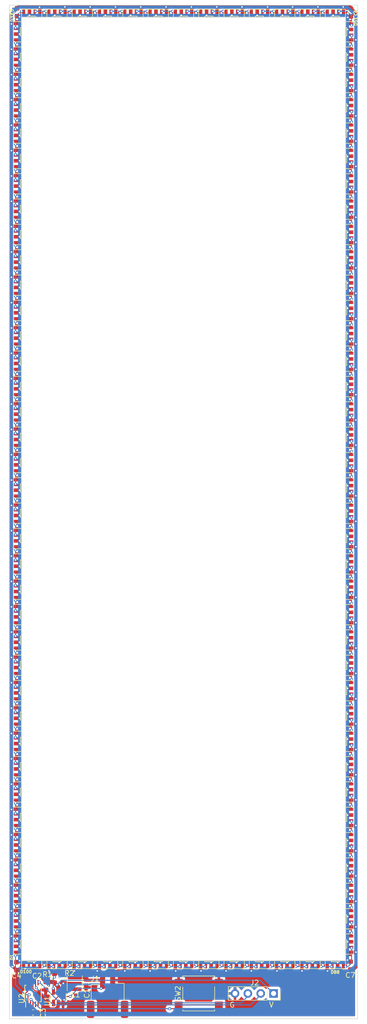
<source format=kicad_pcb>
(kicad_pcb (version 20211014) (generator pcbnew)
  (layers (0 "F.Cu" signal) (31 "B.Cu" signal) (34 "B.Paste" user) (35 "F.Paste" user) (36 "B.SilkS" user "B.Silkscreen") (37 "F.SilkS" user "F.Silkscreen") (38 "B.Mask" user) (39 "F.Mask" user) (44 "Edge.Cuts" user))
  (net 0 "")
  (net 1 "Net-(C1-Pad1)")
  (net 2 "GND")
  (net 3 "+5V")
  (net 4 "Net-(C3-Pad1)")
  (net 5 "/LED")
  (net 6 "/DM")
  (net 7 "/DP")
  (net 8 "Net-(L1-Pad2)")
  (net 9 "Net-(R1-Pad2)")
  (net 10 "/SW")
  (net 14 "Net-(D1-Pad3)")
  (net 15 "Net-(D5-Pad3)")
  (net 16 "Net-(D2-Pad3)")
  (net 17 "Net-(D6-Pad3)")
  (net 18 "Net-(D3-Pad3)")
  (net 19 "Net-(D7-Pad3)")
  (net 20 "Net-(D4-Pad3)")
  (net 21 "Net-(D8-Pad3)")
  (net 22 "Net-(D10-Pad1)")
  (net 23 "Net-(D95-Pad3)")
  (net 24 "Net-(D96-Pad3)")
  (net 25 "Net-(D97-Pad3)")
  (net 26 "Net-(D98-Pad3)")
  (net 27 "Net-(D10-Pad3)")
  (net 28 "Net-(D11-Pad3)")
  (net 29 "Net-(D12-Pad3)")
  (net 30 "Net-(D13-Pad3)")
  (net 31 "Net-(D14-Pad3)")
  (net 32 "Net-(D15-Pad3)")
  (net 33 "Net-(D16-Pad3)")
  (net 34 "Net-(D17-Pad3)")
  (net 35 "Net-(D18-Pad3)")
  (net 36 "Net-(D19-Pad3)")
  (net 37 "Net-(D20-Pad3)")
  (net 38 "Net-(D21-Pad3)")
  (net 39 "Net-(D22-Pad3)")
  (net 40 "Net-(D23-Pad3)")
  (net 41 "Net-(D24-Pad3)")
  (net 42 "Net-(D25-Pad3)")
  (net 43 "Net-(D26-Pad3)")
  (net 44 "Net-(D27-Pad3)")
  (net 45 "Net-(D28-Pad3)")
  (net 46 "Net-(D29-Pad3)")
  (net 47 "Net-(D30-Pad3)")
  (net 48 "Net-(D31-Pad3)")
  (net 49 "Net-(D32-Pad3)")
  (net 50 "Net-(D33-Pad3)")
  (net 51 "Net-(D34-Pad3)")
  (net 52 "Net-(D35-Pad3)")
  (net 53 "Net-(D36-Pad3)")
  (net 54 "Net-(D37-Pad3)")
  (net 55 "Net-(D38-Pad3)")
  (net 56 "Net-(D39-Pad3)")
  (net 57 "Net-(D40-Pad3)")
  (net 58 "Net-(D41-Pad3)")
  (net 59 "Net-(D42-Pad3)")
  (net 60 "Net-(D43-Pad3)")
  (net 61 "Net-(D44-Pad3)")
  (net 62 "Net-(D45-Pad3)")
  (net 63 "Net-(D46-Pad3)")
  (net 64 "Net-(D47-Pad3)")
  (net 65 "Net-(D48-Pad3)")
  (net 66 "Net-(D49-Pad3)")
  (net 67 "Net-(D50-Pad3)")
  (net 68 "Net-(D51-Pad3)")
  (net 69 "Net-(D52-Pad3)")
  (net 70 "Net-(D53-Pad3)")
  (net 71 "Net-(D54-Pad3)")
  (net 72 "Net-(D55-Pad3)")
  (net 73 "Net-(D56-Pad3)")
  (net 74 "Net-(D57-Pad3)")
  (net 75 "Net-(D58-Pad3)")
  (net 76 "Net-(D59-Pad3)")
  (net 77 "Net-(D60-Pad3)")
  (net 78 "Net-(D61-Pad3)")
  (net 79 "Net-(D62-Pad3)")
  (net 80 "Net-(D63-Pad3)")
  (net 81 "Net-(D64-Pad3)")
  (net 82 "Net-(D65-Pad3)")
  (net 83 "Net-(D66-Pad3)")
  (net 84 "Net-(D67-Pad3)")
  (net 85 "Net-(D68-Pad3)")
  (net 86 "Net-(D69-Pad3)")
  (net 87 "Net-(D70-Pad3)")
  (net 88 "Net-(D71-Pad3)")
  (net 89 "Net-(D72-Pad3)")
  (net 90 "Net-(D73-Pad3)")
  (net 91 "Net-(D74-Pad3)")
  (net 92 "Net-(D75-Pad3)")
  (net 93 "Net-(D76-Pad3)")
  (net 94 "Net-(D77-Pad3)")
  (net 95 "Net-(D78-Pad3)")
  (net 96 "Net-(D79-Pad3)")
  (net 97 "Net-(D80-Pad3)")
  (net 98 "Net-(D81-Pad3)")
  (net 99 "Net-(D82-Pad3)")
  (net 100 "Net-(D83-Pad3)")
  (net 101 "Net-(D84-Pad3)")
  (net 102 "Net-(D85-Pad3)")
  (net 103 "Net-(D86-Pad3)")
  (net 104 "Net-(D87-Pad3)")
  (net 105 "Net-(D88-Pad3)")
  (net 106 "Net-(D89-Pad3)")
  (net 107 "Net-(D90-Pad3)")
  (net 108 "Net-(D91-Pad3)")
  (net 109 "Net-(D92-Pad3)")
  (net 110 "Net-(D93-Pad3)")
  (net 111 "Net-(D94-Pad3)")
  (net 112 "Net-(D100-Pad1)")
  (footprint "akita:LED_SK6812SIDE_A" (layer "F.Cu") (at 1.45 185.25 90)
    (fp_text reference "D1")
    (fp_text value "LED_SK6812side")
  )
  (footprint "akita:L_SMD_3x3mm" (layer "F.Cu") (at 12.9 193 90)
    (fp_text reference "L1")
    (fp_text value "10u")
  )
  (footprint "akita:LED_SK6812SIDE_A" (layer "F.Cu") (at 67.35 185.25 -90)
    (fp_text reference "D87" hide)
    (fp_text value "LED_SK6812side")
  )
  (footprint "akita:LED_SK6812SIDE_A" (layer "F.Cu") (at 4.4 1.45)
    (fp_text reference "D38" hide)
    (fp_text value "LED_SK6812side")
  )
  (footprint "akita:LED_SK6812SIDE_A" (layer "F.Cu") (at 1.45 50.25 90)
    (fp_text reference "D28" hide)
    (fp_text value "LED_SK6812side")
  )
  (footprint "akita:LED_SK6812SIDE_A" (layer "F.Cu") (at 14.4 189.45 180)
    (fp_text reference "D98" hide)
    (fp_text value "LED_SK6812side")
  )
  (footprint "akita:LED_SK6812SIDE_A" (layer "F.Cu") (at 39.4 1.45)
    (fp_text reference "D45" hide)
    (fp_text value "LED_SK6812side")
  )
  (footprint "Capacitor_SMD:C_0603_1608Metric" (layer "F.Cu") (at 1.4 189.6 -90)
    (fp_text reference "C4")
    (fp_text value "0.1u")
  )
  (footprint "akita:LED_SK6812SIDE_A" (layer "F.Cu") (at 67.35 80.25 -90)
    (fp_text reference "D66" hide)
    (fp_text value "LED_SK6812side")
  )
  (footprint "Capacitor_SMD:C_0603_1608Metric" (layer "F.Cu") (at 7.2 193.5 -90)
    (fp_text reference "C2")
    (fp_text value "10u")
  )
  (footprint "Capacitor_SMD:C_0603_1608Metric" (layer "F.Cu") (at 67.4 189.5 -90)
    (fp_text reference "C7")
    (fp_text value "0.1u")
  )
  (footprint "akita:LED_SK6812SIDE_A" (layer "F.Cu") (at 49.4 189.45 180)
    (fp_text reference "D91" hide)
    (fp_text value "LED_SK6812side")
  )
  (footprint "akita:LED_SK6812SIDE_A" (layer "F.Cu") (at 67.35 60.25 -90)
    (fp_text reference "D62" hide)
    (fp_text value "LED_SK6812side")
  )
  (footprint "akita:LED_SK6812SIDE_A" (layer "F.Cu") (at 1.45 25.25 90)
    (fp_text reference "D33" hide)
    (fp_text value "LED_SK6812side")
  )
  (footprint "akita:LED_SK6812SIDE_A" (layer "F.Cu") (at 67.35 140.25 -90)
    (fp_text reference "D78" hide)
    (fp_text value "LED_SK6812side")
  )
  (footprint "akita:LED_SK6812SIDE_A" (layer "F.Cu") (at 59.4 189.45 180)
    (fp_text reference "D89" hide)
    (fp_text value "LED_SK6812side")
  )
  (footprint "akita:LED_SK6812SIDE_A" (layer "F.Cu") (at 1.45 150.25 90)
    (fp_text reference "D8" hide)
    (fp_text value "LED_SK6812side")
  )
  (footprint "akita:LED_SK6812SIDE_A" (layer "F.Cu") (at 1.45 95.25 90)
    (fp_text reference "D19" hide)
    (fp_text value "LED_SK6812side")
  )
  (footprint "akita:LED_SK6812SIDE_A" (layer "F.Cu") (at 1.45 55.25 90)
    (fp_text reference "D27" hide)
    (fp_text value "LED_SK6812side")
  )
  (footprint "akita:LED_SK6812SIDE_A" (layer "F.Cu") (at 1.45 40.25 90)
    (fp_text reference "D30" hide)
    (fp_text value "LED_SK6812side")
  )
  (footprint "akita:LED_SK6812SIDE_A" (layer "F.Cu") (at 1.45 75.25 90)
    (fp_text reference "D23" hide)
    (fp_text value "LED_SK6812side")
  )
  (footprint "akita:LED_SK6812SIDE_A" (layer "F.Cu") (at 24.4 1.45)
    (fp_text reference "D42" hide)
    (fp_text value "LED_SK6812side")
  )
  (footprint "akita:LED_SK6812SIDE_A" (layer "F.Cu") (at 1.45 15.25 90)
    (fp_text reference "D35" hide)
    (fp_text value "LED_SK6812side")
  )
  (footprint "Package_SO:TSSOP-10_3x3mm_P0.5mm" (layer "F.Cu") (at 4.65 195 90)
    (fp_text reference "U2")
    (fp_text value "MCU_CH552E")
  )
  (footprint "Capacitor_SMD:C_0603_1608Metric" (layer "F.Cu") (at 1.5 1.4 90)
    (fp_text reference "C5")
    (fp_text value "0.1u")
  )
  (footprint "akita:LED_SK6812SIDE_A" (layer "F.Cu") (at 67.35 20.25 -90)
    (fp_text reference "D54" hide)
    (fp_text value "LED_SK6812side")
  )
  (footprint "akita:LED_SK6812SIDE_A" (layer "F.Cu") (at 1.45 10.25 90)
    (fp_text reference "D36" hide)
    (fp_text value "LED_SK6812side")
  )
  (footprint "akita:LED_SK6812SIDE_A" (layer "F.Cu") (at 29.4 189.45 180)
    (fp_text reference "D95" hide)
    (fp_text value "LED_SK6812side")
  )
  (footprint "akita:LED_SK6812SIDE_A" (layer "F.Cu") (at 67.35 100.25 -90)
    (fp_text reference "D70" hide)
    (fp_text value "LED_SK6812side")
  )
  (footprint "akita:LED_SK6812SIDE_A" (layer "F.Cu") (at 1.45 160.25 90)
    (fp_text reference "D6" hide)
    (fp_text value "LED_SK6812side")
  )
  (footprint "Capacitor_SMD:C_0603_1608Metric" (layer "F.Cu") (at 4.65 198.75)
    (fp_text reference "C3")
    (fp_text value "0.1u")
  )
  (footprint "akita:LED_SK6812SIDE_A" (layer "F.Cu") (at 1.45 130.25 90)
    (fp_text reference "D12" hide)
    (fp_text value "LED_SK6812side")
  )
  (footprint "akita:LED_SK6812SIDE_A" (layer "F.Cu") (at 67.35 170.25 -90)
    (fp_text reference "D84" hide)
    (fp_text value "LED_SK6812side")
  )
  (footprint "akita:LED_SK6812SIDE_A" (layer "F.Cu") (at 67.35 5.25 -90)
    (fp_text reference "D51")
    (fp_text value "LED_SK6812side")
  )
  (footprint "akita:LED_SK6812SIDE_A" (layer "F.Cu") (at 1.45 135.25 90)
    (fp_text reference "D11" hide)
    (fp_text value "LED_SK6812side")
  )
  (footprint "akita:LED_SK6812SIDE_A" (layer "F.Cu") (at 19.4 189.45 180)
    (fp_text reference "D97" hide)
    (fp_text value "LED_SK6812side")
  )
  (footprint "akita:LED_SK6812SIDE_A" (layer "F.Cu") (at 67.35 110.25 -90)
    (fp_text reference "D72" hide)
    (fp_text value "LED_SK6812side")
  )
  (footprint "akita:LED_SK6812SIDE_A" (layer "F.Cu") (at 67.35 95.25 -90)
    (fp_text reference "D69" hide)
    (fp_text value "LED_SK6812side")
  )
  (footprint "akita:LED_SK6812SIDE_A" (layer "F.Cu") (at 67.35 75.25 -90)
    (fp_text reference "D65" hide)
    (fp_text value "LED_SK6812side")
  )
  (footprint "akita:LED_SK6812SIDE_A" (layer "F.Cu") (at 54.4 1.45)
    (fp_text reference "D48" hide)
    (fp_text value "LED_SK6812side")
  )
  (footprint "akita:JST_PH2_SMD" (layer "F.Cu") (at 19.4 195.25 180)
    (fp_text reference "J1")
    (fp_text value "Conn_01x02")
  )
  (footprint "akita:LED_SK6812SIDE_A" (layer "F.Cu") (at 14.4 1.45)
    (fp_text reference "D40" hide)
    (fp_text value "LED_SK6812side")
  )
  (footprint "akita:LED_SK6812SIDE_A" (layer "F.Cu") (at 67.35 145.25 -90)
    (fp_text reference "D79" hide)
    (fp_text value "LED_SK6812side")
  )
  (footprint "akita:LED_SK6812SIDE_A" (layer "F.Cu") (at 4.4 189.45 180)
    (fp_text reference "D100")
    (fp_text value "LED_SK6812side")
  )
  (footprint "akita:LED_SK6812SIDE_A" (layer "F.Cu") (at 1.45 105.25 90)
    (fp_text reference "D17" hide)
    (fp_text value "LED_SK6812side")
  )
  (footprint "akita:LED_SK6812SIDE_A" (layer "F.Cu") (at 1.45 60.25 90)
    (fp_text reference "D26" hide)
    (fp_text value "LED_SK6812side")
  )
  (footprint "akita:LED_SK6812SIDE_A" (layer "F.Cu") (at 1.45 100.25 90)
    (fp_text reference "D18" hide)
    (fp_text value "LED_SK6812side")
  )
  (footprint "akita:LED_SK6812SIDE_A" (layer "F.Cu") (at 1.45 140.25 90)
    (fp_text reference "D10" hide)
    (fp_text value "LED_SK6812side")
  )
  (footprint "Button_Switch_SMD:SW_SPST_B3S-1000" (layer "F.Cu") (at 37.4 195 180)
    (fp_text reference "SW2")
    (fp_text value "SW_TACT")
  )
  (footprint "Connector_PinSocket_2.54mm:PinSocket_1x04_P2.54mm_Vertical" (layer "F.Cu") (at 52.19 195 -90)
    (fp_text reference "J2")
    (fp_text value "Conn_01x04")
  )
  (footprint "akita:LED_SK6812SIDE_A" (layer "F.Cu") (at 67.35 30.25 -90)
    (fp_text reference "D56" hide)
    (fp_text value "LED_SK6812side")
  )
  (footprint "akita:LED_SK6812SIDE_A" (layer "F.Cu") (at 67.35 155.25 -90)
    (fp_text reference "D81" hide)
    (fp_text value "LED_SK6812side")
  )
  (footprint "akita:LED_SK6812SIDE_A" (layer "F.Cu") (at 67.35 135.25 -90)
    (fp_text reference "D77" hide)
    (fp_text value "LED_SK6812side")
  )
  (footprint "akita:LED_SK6812SIDE_A" (layer "F.Cu") (at 1.45 5.25 90)
    (fp_text reference "D37")
    (fp_text value "LED_SK6812side")
  )
  (footprint "akita:LED_SK6812SIDE_A" (layer "F.Cu") (at 67.35 165.25 -90)
    (fp_text reference "D83" hide)
    (fp_text value "LED_SK6812side")
  )
  (footprint "akita:LED_SK6812SIDE_A" (layer "F.Cu") (at 34.4 1.45)
    (fp_text reference "D44" hide)
    (fp_text value "LED_SK6812side")
  )
  (footprint "akita:LED_SK6812SIDE_A" (layer "F.Cu") (at 67.35 115.25 -90)
    (fp_text reference "D73" hide)
    (fp_text value "LED_SK6812side")
  )
  (footprint "Resistor_SMD:R_0603_1608Metric" (layer "F.Cu") (at 8.9 192 90)
    (fp_text reference "R1")
    (fp_text value "1M")
  )
  (footprint "akita:LED_SK6812SIDE_A" (layer "F.Cu") (at 67.35 35.25 -90)
    (fp_text reference "D57" hide)
    (fp_text value "LED_SK6812side")
  )
  (footprint "akita:LED_SK6812SIDE_A" (layer "F.Cu") (at 1.45 165.25 90)
    (fp_text reference "D5" hide)
    (fp_text value "LED_SK6812side")
  )
  (footprint "akita:LED_SK6812SIDE_A" (layer "F.Cu") (at 67.35 25.25 -90)
    (fp_text reference "D55" hide)
    (fp_text value "LED_SK6812side")
  )
  (footprint "akita:LED_SK6812SIDE_A" (layer "F.Cu") (at 67.35 120.25 -90)
    (fp_text reference "D74" hide)
    (fp_text value "LED_SK6812side")
  )
  (footprint "akita:LED_SK6812SIDE_A" (layer "F.Cu") (at 67.35 70.25 -90)
    (fp_text reference "D64" hide)
    (fp_text value "LED_SK6812side")
  )
  (footprint "akita:LED_SK6812SIDE_A" (layer "F.Cu") (at 49.4 1.45)
    (fp_text reference "D47" hide)
    (fp_text value "LED_SK6812side")
  )
  (footprint "akita:LED_SK6812SIDE_A" (layer "F.Cu") (at 67.35 55.25 -90)
    (fp_text reference "D61" hide)
    (fp_text value "LED_SK6812side")
  )
  (footprint "akita:LED_SK6812SIDE_A" (layer "F.Cu") (at 67.35 150.25 -90)
    (fp_text reference "D80" hide)
    (fp_text value "LED_SK6812side")
  )
  (footprint "akita:LED_SK6812SIDE_A" (layer "F.Cu") (at 1.45 120.25 90)
    (fp_text reference "D14" hide)
    (fp_text value "LED_SK6812side")
  )
  (footprint "akita:LED_SK6812SIDE_A" (layer "F.Cu") (at 67.35 65.25 -90)
    (fp_text reference "D63" hide)
    (fp_text value "LED_SK6812side")
  )
  (footprint "Capacitor_SMD:C_0603_1608Metric" (layer "F.Cu") (at 15.15 193 -90)
    (fp_text reference "C1")
    (fp_text value "10u")
  )
  (footprint "akita:LED_SK6812SIDE_A" (layer "F.Cu") (at 64.4 189.45 180)
    (fp_text reference "D88")
    (fp_text value "LED_SK6812side")
  )
  (footprint "akita:LED_SK6812SIDE_A" (layer "F.Cu") (at 67.35 90.25 -90)
    (fp_text reference "D68" hide)
    (fp_text value "LED_SK6812side")
  )
  (footprint "akita:LED_SK6812SIDE_A" (layer "F.Cu") (at 1.45 30.25 90)
    (fp_text reference "D32" hide)
    (fp_text value "LED_SK6812side")
  )
  (footprint "akita:LED_SK6812SIDE_A" (layer "F.Cu") (at 54.4 189.45 180)
    (fp_text reference "D90" hide)
    (fp_text value "LED_SK6812side")
  )
  (footprint "akita:LED_SK6812SIDE_A" (layer "F.Cu") (at 1.45 175.25 90)
    (fp_text reference "D3" hide)
    (fp_text value "LED_SK6812side")
  )
  (footprint "akita:LED_SK6812SIDE_A" (layer "F.Cu") (at 67.35 50.25 -90)
    (fp_text reference "D60" hide)
    (fp_text value "LED_SK6812side")
  )
  (footprint "akita:LED_SK6812SIDE_A" (layer "F.Cu") (at 1.45 45.25 90)
    (fp_text reference "D29" hide)
    (fp_text value "LED_SK6812side")
  )
  (footprint "akita:LED_SK6812SIDE_A" (layer "F.Cu") (at 29.4 1.45)
    (fp_text reference "D43" hide)
    (fp_text value "LED_SK6812side")
  )
  (footprint "akita:LED_SK6812SIDE_A" (layer "F.Cu") (at 67.35 175.25 -90)
    (fp_text reference "D85" hide)
    (fp_text value "LED_SK6812side")
  )
  (footprint "Resistor_SMD:R_0603_1608Metric" (layer "F.Cu") (at 10.4 192 -90)
    (fp_text reference "R2")
    (fp_text value "316k")
  )
  (footprint "akita:LED_SK6812SIDE_A" (layer "F.Cu") (at 1.45 110.25 90)
    (fp_text reference "D16" hide)
    (fp_text value "LED_SK6812side")
  )
  (footprint "akita:LED_SK6812SIDE_A" (layer "F.Cu") (at 67.35 45.25 -90)
    (fp_text reference "D59" hide)
    (fp_text value "LED_SK6812side")
  )
  (footprint "akita:LED_SK6812SIDE_A" (layer "F.Cu") (at 1.45 170.25 90)
    (fp_text reference "D4" hide)
    (fp_text value "LED_SK6812side")
  )
  (footprint "akita:LED_SK6812SIDE_A" (layer "F.Cu") (at 1.45 155.25 90)
    (fp_text reference "D7" hide)
    (fp_text value "LED_SK6812side")
  )
  (footprint "akita:LED_SK6812SIDE_A" (layer "F.Cu") (at 59.4 1.45)
    (fp_text reference "D49" hide)
    (fp_text value "LED_SK6812side")
  )
  (footprint "Capacitor_SMD:C_0603_1608Metric" (layer "F.Cu") (at 67.45 1.45 90)
    (fp_text reference "C6")
    (fp_text value "0.1u")
  )
  (footprint "akita:LED_SK6812SIDE_A" (layer "F.Cu") (at 67.35 85.25 -90)
    (fp_text reference "D67" hide)
    (fp_text value "LED_SK6812side")
  )
  (footprint "akita:LED_SK6812SIDE_A" (layer "F.Cu") (at 67.35 130.25 -90)
    (fp_text reference "D76" hide)
    (fp_text value "LED_SK6812side")
  )
  (footprint "akita:LED_SK6812SIDE_A" (layer "F.Cu") (at 1.45 85.25 90)
    (fp_text reference "D21" hide)
    (fp_text value "LED_SK6812side")
  )
  (footprint "akita:LED_SK6812SIDE_A" (layer "F.Cu") (at 9.4 189.45 180)
    (fp_text reference "D99" hide)
    (fp_text value "LED_SK6812side")
  )
  (footprint "akita:LED_SK6812SIDE_A" (layer "F.Cu") (at 1.45 80.25 90)
    (fp_text reference "D22" hide)
    (fp_text value "LED_SK6812side")
  )
  (footprint "akita:LED_SK6812SIDE_A" (layer "F.Cu") (at 1.45 35.25 90)
    (fp_text reference "D31" hide)
    (fp_text value "LED_SK6812side")
  )
  (footprint "akita:LED_SK6812SIDE_A" (layer "F.Cu") (at 44.4 1.45)
    (fp_text reference "D46" hide)
    (fp_text value "LED_SK6812side")
  )
  (footprint "akita:LED_SK6812SIDE_A" (layer "F.Cu") (at 64.4 1.45)
    (fp_text reference "D50" hide)
    (fp_text value "LED_SK6812side")
  )
  (footprint "akita:LED_SK6812SIDE_A" (layer "F.Cu") (at 1.45 65.25 90)
    (fp_text reference "D25" hide)
    (fp_text value "LED_SK6812side")
  )
  (footprint "akita:LED_SK6812SIDE_A" (layer "F.Cu") (at 39.4 189.45 180)
    (fp_text reference "D93" hide)
    (fp_text value "LED_SK6812side")
  )
  (footprint "akita:LED_SK6812SIDE_A" (layer "F.Cu") (at 67.35 15.25 -90)
    (fp_text reference "D53" hide)
    (fp_text value "LED_SK6812side")
  )
  (footprint "akita:LED_SK6812SIDE_A" (layer "F.Cu") (at 1.45 180.25 90)
    (fp_text reference "D2" hide)
    (fp_text value "LED_SK6812side")
  )
  (footprint "akita:LED_SK6812SIDE_A" (layer "F.Cu") (at 67.35 125.25 -90)
    (fp_text reference "D75" hide)
    (fp_text value "LED_SK6812side")
  )
  (footprint "akita:LED_SK6812SIDE_A" (layer "F.Cu") (at 34.4 189.45 180)
    (fp_text reference "D94" hide)
    (fp_text value "LED_SK6812side")
  )
  (footprint "akita:LED_SK6812SIDE_A" (layer "F.Cu") (at 67.35 40.25 -90)
    (fp_text reference "D58" hide)
    (fp_text value "LED_SK6812side")
  )
  (footprint "akita:LED_SK6812SIDE_A" (layer "F.Cu") (at 1.45 125.25 90)
    (fp_text reference "D13" hide)
    (fp_text value "LED_SK6812side")
  )
  (footprint "akita:LED_SK6812SIDE_A" (layer "F.Cu") (at 67.35 10.25 -90)
    (fp_text reference "D52" hide)
    (fp_text value "LED_SK6812side")
  )
  (footprint "akita:LED_SK6812SIDE_A" (layer "F.Cu") (at 1.45 90.25 90)
    (fp_text reference "D20" hide)
    (fp_text value "LED_SK6812side")
  )
  (footprint "akita:LED_SK6812SIDE_A" (layer "F.Cu") (at 67.35 160.25 -90)
    (fp_text reference "D82" hide)
    (fp_text value "LED_SK6812side")
  )
  (footprint "Package_TO_SOT_SMD:SOT-23-6" (layer "F.Cu") (at 9.65 195.75 90)
    (fp_text reference "U1")
    (fp_text value "PMIC_HX3002")
  )
  (footprint "akita:LED_SK6812SIDE_A" (layer "F.Cu") (at 44.4 189.45 180)
    (fp_text reference "D92" hide)
    (fp_text value "LED_SK6812side")
  )
  (footprint "akita:LED_SK6812SIDE_A" (layer "F.Cu") (at 19.4 1.45)
    (fp_text reference "D41" hide)
    (fp_text value "LED_SK6812side")
  )
  (footprint "akita:LED_SK6812SIDE_A" (layer "F.Cu") (at 9.4 1.45)
    (fp_text reference "D39" hide)
    (fp_text value "LED_SK6812side")
  )
  (footprint "akita:LED_SK6812SIDE_A" (layer "F.Cu") (at 1.45 145.25 90)
    (fp_text reference "D9" hide)
    (fp_text value "LED_SK6812side")
  )
  (footprint "akita:LED_SK6812SIDE_A" (layer "F.Cu") (at 1.45 115.25 90)
    (fp_text reference "D15" hide)
    (fp_text value "LED_SK6812side")
  )
  (footprint "akita:LED_SK6812SIDE_A" (layer "F.Cu") (at 67.35 180.25 -90)
    (fp_text reference "D86" hide)
    (fp_text value "LED_SK6812side")
  )
  (footprint "akita:LED_SK6812SIDE_A" (layer "F.Cu") (at 67.35 105.25 -90)
    (fp_text reference "D71" hide)
    (fp_text value "LED_SK6812side")
  )
  (footprint "akita:LED_SK6812SIDE_A" (layer "F.Cu") (at 1.45 70.25 90)
    (fp_text reference "D24" hide)
    (fp_text value "LED_SK6812side")
  )
  (footprint "akita:LED_SK6812SIDE_A" (layer "F.Cu") (at 24.4 189.45 180)
    (fp_text reference "D96" hide)
    (fp_text value "LED_SK6812side")
  )
  (footprint "akita:LED_SK6812SIDE_A" (layer "F.Cu") (at 1.45 20.25 90)
    (fp_text reference "D34" hide)
    (fp_text value "LED_SK6812side")
  )
  (gr_line (start 6 192) (end 6.3 192.3) (layer "F.SilkS") (width 0.12))
  (gr_line (start 2.4 188.5) (end 2.4 2.4) (layer "Edge.Cuts") (width 0.1))
  (gr_line (start 66.4 188.5) (end 2.4 188.5) (layer "Edge.Cuts") (width 0.1))
  (gr_line (start 0 200) (end 0 0) (layer "Edge.Cuts") (width 0.1))
  (gr_line (start 68.8 0) (end 68.8 200) (layer "Edge.Cuts") (width 0.1))
  (gr_line (start 0 0) (end 68.8 0) (layer "Edge.Cuts") (width 0.1))
  (gr_line (start 68.8 200) (end 0 200) (layer "Edge.Cuts") (width 0.1))
  (gr_line (start 66.4 2.4) (end 66.4 188.5) (layer "Edge.Cuts") (width 0.1))
  (gr_line (start 2.4 2.4) (end 66.4 2.4) (layer "Edge.Cuts") (width 0.1))
  (gr_text "G" (at 44 197.25) (layer "F.SilkS") (effects (font (size 1 1))))
  (gr_text "V" (at 51.75 197.25) (layer "F.SilkS") (effects (font (size 1 1))))
  (segment (start 15.3 192.375) (end 15.15 192.225) (width 0.6) (layer "F.Cu") (net 1))
  (segment (start 12.9 191.85) (end 14.775 191.85) (width 0.6) (layer "F.Cu") (net 1))
  (segment (start 9.639283 195.6) (end 12 195.6) (width 0.2) (layer "F.Cu") (net 1))
  (segment (start 18.4 192.375) (end 15.3 192.375) (width 0.6) (layer "F.Cu") (net 1))
  (segment (start 14.775 191.85) (end 15.15 192.225) (width 0.6) (layer "F.Cu") (net 1))
  (segment (start 8.7 196.539283) (end 9.639283 195.6) (width 0.2) (layer "F.Cu") (net 1))
  (segment (start 8.7 196.8875) (end 8.7 196.539283) (width 0.2) (layer "F.Cu") (net 1))
  (via (at 12 195.6) (size 0.6) (drill 0.3) (layers "F.Cu" "B.Cu") (net 1))
  (via (at 18.1 194) (size 0.6) (drill 0.3) (layers "F.Cu" "B.Cu") (net 1))
  (segment (start 13.6 194) (end 18.1 194) (width 0.2) (layer "B.Cu") (net 1))
  (segment (start 12 195.6) (end 13.6 194) (width 0.2) (layer "B.Cu") (net 1))
  (segment (start 65.975 1.45) (end 65.975 0.375) (width 0.6) (layer "F.Cu") (net 2))
  (segment (start 68.425 26.825) (end 68.45 26.8) (width 0.6) (layer "F.Cu") (net 2))
  (segment (start 20.4 192.375) (end 20.4 191.5) (width 0.6) (layer "F.Cu") (net 2))
  (segment (start 0.425 133.675) (end 1.45 133.675) (width 0.6) (layer "F.Cu") (net 2))
  (segment (start 2.825 189.825) (end 3.1 190.1) (width 0.6) (layer "F.Cu") (net 2))
  (segment (start 41.375 190.625) (end 41.45 190.55) (width 0.25) (layer "F.Cu") (net 2))
  (segment (start 68.425 161.825) (end 68.45 161.85) (width 0.6) (layer "F.Cu") (net 2))
  (segment (start 0.4 158.7) (end 0.425 158.675) (width 0.6) (layer "F.Cu") (net 2))
  (segment (start 20.4 194.5) (end 19.15 195.75) (width 0.5) (layer "F.Cu") (net 2))
  (segment (start 68.425 6.825) (end 68.45 6.85) (width 0.6) (layer "F.Cu") (net 2))
  (segment (start 67.35 36.825) (end 68.425 36.825) (width 0.6) (layer "F.Cu") (net 2))
  (segment (start 67.35 56.825) (end 68.425 56.825) (width 0.6) (layer "F.Cu") (net 2))
  (segment (start 20.975 1.45) (end 20.975 0.375489) (width 0.6) (layer "F.Cu") (net 2))
  (segment (start 40.975 0.375) (end 40.95 0.35) (width 0.6) (layer "F.Cu") (net 2))
  (segment (start 0.4 43.7) (end 0.425 43.675) (width 0.6) (layer "F.Cu") (net 2))
  (segment (start 68.425 91.825) (end 68.45 91.85) (width 0.6) (layer "F.Cu") (net 2))
  (segment (start 68.425 106.825) (end 68.45 106.85) (width 0.6) (layer "F.Cu") (net 2))
  (segment (start 68.425 21.825) (end 68.45 21.85) (width 0.6) (layer "F.Cu") (net 2))
  (segment (start 7.4 194.275) (end 7.15 194.525) (width 0.6) (layer "F.Cu") (net 2))
  (segment (start 67.35 181.825) (end 68.425 181.825) (width 0.6) (layer "F.Cu") (net 2))
  (segment (start 67.35 41.825) (end 68.425 41.825) (width 0.6) (layer "F.Cu") (net 2))
  (segment (start 0.425 8.675) (end 1.45 8.675) (width 0.6) (layer "F.Cu") (net 2))
  (segment (start 67.35 51.825) (end 68.425 51.825) (width 0.6) (layer "F.Cu") (net 2))
  (segment (start 1.749511 0.350489) (end 10.949511 0.350489) (width 0.6) (layer "F.Cu") (net 2))
  (segment (start 60.975 0.375) (end 60.95 0.35) (width 0.6) (layer "F.Cu") (net 2))
  (segment (start 32.825 190.525) (end 32.85 190.55) (width 0.6) (layer "F.Cu") (net 2))
  (segment (start 10.949511 0.350489) (end 67.350489 0.350489) (width 0.6) (layer "F.Cu") (net 2))
  (segment (start 68.425 176.825) (end 68.45 176.8) (width 0.6) (layer "F.Cu") (net 2))
  (segment (start 10.4 192.825) (end 10.475 192.825) (width 0.2) (layer "F.Cu") (net 2))
  (segment (start 0.425 123.675) (end 1.45 123.675) (width 0.6) (layer "F.Cu") (net 2))
  (segment (start 33.425 190.575) (end 33.45 190.55) (width 0.25) (layer "F.Cu") (net 2))
  (segment (start 68.425 76.825) (end 68.45 76.85) (width 0.6) (layer "F.Cu") (net 2))
  (segment (start 67.35 121.825) (end 68.425 121.825) (width 0.6) (layer "F.Cu") (net 2))
  (segment (start 67.35 111.825) (end 68.425 111.825) (width 0.6) (layer "F.Cu") (net 2))
  (segment (start 67.35 16.825) (end 68.425 16.825) (width 0.6) (layer "F.Cu") (net 2))
  (segment (start 6.15 198.75) (end 7.4 197.5) (width 0.2) (layer "F.Cu") (net 2))
  (segment (start 67.35 106.825) (end 68.425 106.825) (width 0.6) (layer "F.Cu") (net 2))
  (segment (start 20.4 192.375) (end 20.4 194.5) (width 0.6) (layer "F.Cu") (net 2))
  (segment (start 67.35 156.825) (end 68.425 156.825) (width 0.6) (layer "F.Cu") (net 2))
  (segment (start 68.449511 189.825115) (end 67.724626 190.55) (width 0.6) (layer "F.Cu") (net 2))
  (segment (start 0.4 78.7) (end 0.425 78.675) (width 0.6) (layer "F.Cu") (net 2))
  (segment (start 0.4 68.7) (end 0.425 68.675) (width 0.6) (layer "F.Cu") (net 2))
  (segment (start 0.425 168.675) (end 1.45 168.675) (width 0.6) (layer "F.Cu") (net 2))
  (segment (start 55.975 0.375) (end 55.95 0.35) (width 0.6) (layer "F.Cu") (net 2))
  (segment (start 67.35 101.825) (end 68.425 101.825) (width 0.6) (layer "F.Cu") (net 2))
  (segment (start 68.425 141.825) (end 68.45 141.8) (width 0.6) (layer "F.Cu") (net 2))
  (segment (start 67.35 116.825) (end 68.425 116.825) (width 0.6) (layer "F.Cu") (net 2))
  (segment (start 44.57 190.67) (end 44.45 190.55) (width 0.6) (layer "F.Cu") (net 2))
  (segment (start 10.975 0.375978) (end 10.949511 0.350489) (width 0.6) (layer "F.Cu") (net 2))
  (segment (start 22.825 189.45) (end 22.825 190.525) (width 0.6) (layer "F.Cu") (net 2))
  (segment (start 68.425 96.825) (end 68.45 96.8) (width 0.6) (layer "F.Cu") (net 2))
  (segment (start 45.975 0.375) (end 45.95 0.35) (width 0.6) (layer "F.Cu") (net 2))
  (segment (start 67.35 176.825) (end 68.425 176.825) (width 0.6) (layer "F.Cu") (net 2))
  (segment (start 0.4 108.7) (end 0.425 108.675) (width 0.6) (layer "F.Cu") (net 2))
  (segment (start 25.975 0.375) (end 25.95 0.35) (width 0.6) (layer "F.Cu") (net 2))
  (segment (start 68.425 146.825) (end 68.45 146.85) (width 0.6) (layer "F.Cu") (net 2))
  (segment (start 1.525374 0.65) (end 1.55 0.65) (width 0.6) (layer "F.Cu") (net 2))
  (segment (start 67.35 26.825) (end 68.425 26.825) (width 0.6) (layer "F.Cu") (net 2))
  (segment (start 0.425 93.675) (end 1.45 93.675) (width 0.6) (layer "F.Cu") (net 2))
  (segment (start 0.4 138.7) (end 0.425 138.675) (width 0.6) (layer "F.Cu") (net 2))
  (segment (start 52.825 190.525) (end 52.85 190.55) (width 0.6) (layer "F.Cu") (net 2))
  (segment (start 68.425 41.825) (end 68.45 41.85) (width 0.6) (layer "F.Cu") (net 2))
  (segment (start 0.4 113.7) (end 0.425 113.675) (width 0.6) (layer "F.Cu") (net 2))
  (segment (start 4.65 194.06774) (end 5.08226 194.5) (width 0.2) (layer "F.Cu") (net 2))
  (segment (start 44.45 190.55) (end 41.45 190.55) (width 0.6) (layer "F.Cu") (net 2))
  (segment (start 68.425 11.825) (end 68.45 11.8) (width 0.6) (layer "F.Cu") (net 2))
  (segment (start 0.350978 183.45) (end 0.350489 183.450489) (width 0.6) (layer "F.Cu") (net 2))
  (segment (start 67.350489 0.350489) (end 67.7 0.7) (width 0.6) (layer "F.Cu") (net 2))
  (segment (start 67.35 6.825) (end 68.425 6.825) (width 0.6) (layer "F.Cu") (net 2))
  (segment (start 67.35 91.825) (end 68.425 91.825) (width 0.6) (layer "F.Cu") (net 2))
  (segment (start 0.4 143.7) (end 0.425 143.675) (width 0.6) (layer "F.Cu") (net 2))
  (segment (start 0.4 98.7) (end 0.425 98.675) (width 0.6) (layer "F.Cu") (net 2))
  (segment (start 0.425 73.675) (end 1.45 73.675) (width 0.6) (layer "F.Cu") (net 2))
  (segment (start 4.65 192.85) (end 4.65 194.06774) (width 0.2) (layer "F.Cu") (net 2))
  (segment (start 0.4 83.7) (end 0.425 83.675) (width 0.6) (layer "F.Cu") (net 2))
  (segment (start 10.8 196.250011) (end 10.8 196.6875) (width 0.2) (layer "F.Cu") (net 2))
  (segment (start 0.425 138.675) (end 1.45 138.675) (width 0.6) (layer "F.Cu") (net 2))
  (segment (start 0.425 38.675) (end 1.45 38.675) (width 0.6) (layer "F.Cu") (net 2))
  (segment (start 67.35 171.825) (end 68.425 171.825) (width 0.6) (layer "F.Cu") (net 2))
  (segment (start 7.175 194.5) (end 7.4 194.275) (width 0.2) (layer "F.Cu") (net 2))
  (segment (start 67.35 131.825) (end 68.425 131.825) (width 0.6) (layer "F.Cu") (net 2))
  (segment (start 55.975 1.45) (end 55.975 0.375) (width 0.6) (layer "F.Cu") (net 2))
  (segment (start 30.975 0.375) (end 30.95 0.35) (width 0.6) (layer "F.Cu") (net 2))
  (segment (start 0.4 183.7) (end 0.425 183.675) (width 0.6) (layer "F.Cu") (net 2))
  (segment (start 30.975 1.45) (end 30.975 0.375) (width 0.6) (layer "F.Cu") (net 2))
  (segment (start 0.425 108.675) (end 1.45 108.675) (width 0.6) (layer "F.Cu") (net 2))
  (segment (start 0.425 43.675) (end 1.45 43.675) (width 0.6) (layer "F.Cu") (net 2))
  (segment (start 22.825 190.525) (end 22.8 190.55) (width 0.6) (layer "F.Cu") (net 2))
  (segment (start 0.4 148.7) (end 0.425 148.675) (width 0.6) (layer "F.Cu") (net 2))
  (segment (start 68.425 66.825) (end 68.45 66.85) (width 0.6) (layer "F.Cu") (net 2))
  (segment (start 68.45 6.85) (end 68.449511 6.850489) (width 0.6) (layer "F.Cu") (net 2))
  (segment (start 10.475 192.825) (end 10.65 193) (width 0.2) (layer "F.Cu") (net 2))
  (segment (start 0.4 38.7) (end 0.425 38.675) (width 0.6) (layer "F.Cu") (net 2))
  (segment (start 0.425 58.675) (end 1.45 58.675) (width 0.6) (layer "F.Cu") (net 2))
  (segment (start 0.4 13.7) (end 0.425 13.675) (width 0.6) (layer "F.Cu") (net 2))
  (segment (start 0.4 73.7) (end 0.425 73.675) (width 0.6) (layer "F.Cu") (net 2))
  (segment (start 42.825 190.525) (end 42.8 190.55) (width 0.6) (layer "F.Cu") (net 2))
  (segment (start 0.425 113.675) (end 1.45 113.675) (width 0.6) (layer "F.Cu") (net 2))
  (segment (start 0.4 23.7) (end 0.425 23.675) (width 0.6) (layer "F.Cu") (net 2))
  (segment (start 1.4 190.375) (end 2.825 190.375) (width 0.8) (layer "F.Cu") (net 2))
  (segment (start 0.350489 183.450489) (end 0.350489 1.824885) (width 0.6) (layer "F.Cu") (net 2))
  (segment (start 67.35 146.825) (end 68.425 146.825) (width 0.6) (layer "F.Cu") (net 2))
  (segment (start 0.350489 1.824885) (end 1.525374 0.65) (width 0.6) (layer "F.Cu") (net 2))
  (segment (start 9.119039 198.04952) (end 7.94952 198.04952) (width 0.6) (layer "F.Cu") (net 2))
  (segment (start 37.825 189.45) (end 37.825 190.525) (width 0.6) (layer "F.Cu") (net 2))
  (segment (start 0.425 128.675) (end 1.45 128.675) (width 0.6) (layer "F.Cu") (net 2))
  (segment (start 67.35 86.825) (end 68.425 86.825) (width 0.6) (layer "F.Cu") (net 2))
  (segment (start 9.65 196.8875) (end 9.65 197.518559) (width 0.6) (layer "F.Cu") (net 2))
  (segment (start 0.425 18.675) (end 1.45 18.675) (width 0.6) (layer "F.Cu") (net 2))
  (segment (start 17.825 189.45) (end 17.825 190.075) (width 0.6) (layer "F.Cu") (net 2))
  (segment (start 0.4 48.7) (end 0.425 48.675) (width 0.6) (layer "F.Cu") (net 2))
  (segment (start 44.57 195) (end 44.57 190.67) (width 0.6) (layer "F.Cu") (net 2))
  (segment (start 68.425 131.825) (end 68.45 131.85) (width 0.6) (layer "F.Cu") (net 2))
  (segment (start 0.425 173.675) (end 1.45 173.675) (width 0.6) (layer "F.Cu") (net 2))
  (segment (start 67.35 31.825) (end 68.425 31.825) (width 0.6) (layer "F.Cu") (net 2))
  (segment (start 5.95 0.4) (end 5.975 0.425) (width 0.6) (layer "F.Cu") (net 2))
  (segment (start 0.4 153.7) (end 0.425 153.675) (width 0.6) (layer "F.Cu") (net 2))
  (segment (start 5.08226 194.5) (end 7.175 194.5) (width 0.2) (layer "F.Cu") (net 2))
  (segment (start 0.4 123.7) (end 0.425 123.675) (width 0.6) (layer "F.Cu") (net 2))
  (segment (start 0.425 68.675) (end 1.45 68.675) (width 0.6) (layer "F.Cu") (net 2))
  (segment (start 0.425 118.675) (end 1.45 118.675) (width 0.6) (layer "F.Cu") (net 2))
  (segment (start 50.975 1.45) (end 50.975 0.375) (width 0.6) (layer "F.Cu") (net 2))
  (segment (start 0.4 163.7) (end 0.425 163.675) (width 0.6) (layer "F.Cu") (net 2))
  (segment (start 7.94952 198.04952) (end 7.4 197.5) (width 0.6) (layer "F.Cu") (net 2))
  (segment (start 0.425 183.675) (end 1.45 183.675) (width 0.6) (layer "F.Cu") (net 2))
  (segment (start 67.35 76.825) (end 68.425 76.825) (width 0.6) (layer "F.Cu") (net 2))
  (segment (start 67.724626 190.55) (end 44.45 190.55) (width 0.6) (layer "F.Cu") (net 2))
  (segment (start 12.0125 196.8875) (end 10.6 196.8875) (width 0.5) (layer "F.Cu") (net 2))
  (segment (start 1.4 190.4) (end 0.350489 189.350489) (width 0.6) (layer "F.Cu") (net 2))
  (segment (start 67.35 186.825) (end 68.425 186.825) (width 0.6) (layer "F.Cu") (net 2))
  (segment (start 68.425 56.825) (end 68.45 56.85) (width 0.6) (layer "F.Cu") (net 2))
  (segment (start 20.925 195.025) (end 20.4 194.5) (width 0.2) (layer "F.Cu") (net 2))
  (segment (start 0.4 28.7) (end 0.425 28.675) (width 0.6) (layer "F.Cu") (net 2))
  (segment (start 41.375 192.75) (end 41.375 190.625) (width 0.25) (layer "F.Cu") (net 2))
  (segment (start 67.45 0.6) (end 68.449511 1.599511) (width 0.6) (layer "F.Cu") (net 2))
  (segment (start 0.4 133.7) (end 0.425 133.675) (width 0.6) (layer "F.Cu") (net 2))
  (segment (start 60.975 1.45) (end 60.975 0.375) (width 0.6) (layer "F.Cu") (net 2))
  (segment (start 1.55 0.55) (end 1.749511 0.350489) (width 0.6) (layer "F.Cu") (net 2))
  (segment (start 0.425 158.675) (end 1.45 158.675) (width 0.6) (layer "F.Cu") (net 2))
  (segment (start 68.425 71.825) (end 68.45 71.85) (width 0.6) (layer "F.Cu") (net 2))
  (segment (start 0.425 83.675) (end 1.45 83.675) (width 0.6) (layer "F.Cu") (net 2))
  (segment (start 0.425 98.675) (end 1.45 98.675) (width 0.6) (layer "F.Cu") (net 2))
  (segment (start 37.825 190.525) (end 37.85 190.55) (width 0.6) (layer "F.Cu") (net 2))
  (segment (start 68.425 16.825) (end 68.45 16.85) (width 0.6) (layer "F.Cu") (net 2))
  (segment (start 40.975 1.45) (end 40.975 0.375) (width 0.6) (layer "F.Cu") (net 2))
  (segment (start 68.425 51.825) (end 68.45 51.85) (width 0.6) (layer "F.Cu") (net 2))
  (segment (start 0.425 13.675) (end 1.45 13.675) (width 0.6) (layer "F.Cu") (net 2))
  (segment (start 0.425 103.675) (end 1.45 103.675) (width 0.6) (layer "F.Cu") (net 2))
  (segment (start 0.425 178.675) (end 1.45 178.675) (width 0.6) (layer "F.Cu") (net 2))
  (segment (start 35.975 0.375) (end 35.95 0.35) (width 0.6) (layer "F.Cu") (net 2))
  (segment (start 68.425 151.825) (end 68.45 151.85) (width 0.6) (layer "F.Cu") (net 2))
  (segment (start 68.449511 1.599511) (end 68.449511 189.825115) (width 0.6) (layer "F.Cu") (net 2))
  (segment (start 20.975 0.375489) (end 20.95 0.350489) (width 0.6) (layer "F.Cu") (net 2))
  (segment (start 0.425 23.675) (end 1.45 23.675) (width 0.6) (layer "F.Cu") (net 2))
  (segment (start 12.825 189.45) (end 12.825 190.525) (width 0.6) (layer "F.Cu") (net 2))
  (segment (start 0.4 88.7) (end 0.425 88.675) (width 0.6) (layer "F.Cu") (net 2))
  (segment (start 47.825 190.525) (end 47.8 190.55) (width 0.6) (layer "F.Cu") (net 2))
  (segment (start 0.4 18.7) (end 0.425 18.675) (width 0.6) (layer "F.Cu") (net 2))
  (segment (start 67.35 46.825) (end 68.425 46.825) (width 0.6) (layer "F.Cu") (net 2))
  (segment (start 68.425 136.825) (end 68.45 136.85) (width 0.6) (layer "F.Cu") (net 2))
  (segment (start 67.35 136.825) (end 68.425 136.825) (width 0.6) (layer "F.Cu") (net 2))
  (segment (start 65.975 0.375) (end 65.95 0.35) (width 0.6) (layer "F.Cu") (net 2))
  (segment (start 45.975 1.45) (end 45.975 0.375) (width 0.6) (layer "F.Cu") (net 2))
  (segment (start 0.425 3.675) (end 1.45 3.675) (width 0.6) (layer "F.Cu") (net 2))
  (segment (start 0.425 153.675) (end 1.45 153.675) (width 0.6) (layer "F.Cu") (net 2))
  (segment (start 67.35 71.825) (end 68.425 71.825) (width 0.6) (layer "F.Cu") (net 2))
  (segment (start 62.825 190.525) (end 62.85 190.55) (width 0.6) (layer "F.Cu") (net 2))
  (segment (start 0.4 178.7) (end 0.425 178.675) (width 0.6) (layer "F.Cu") (net 2))
  (segment (start 67.35 151.825) (end 68.425 151.825) (width 0.6) (layer "F.Cu") (net 2))
  (segment (start 0.425 148.675) (end 1.45 148.675) (width 0.6) (layer "F.Cu") (net 2))
  (segment (start 68.425 171.825) (end 68.45 171.8) (width 0.6) (layer "F.Cu") (net 2))
  (segment (start 0.4 3.7) (end 0.425 3.675) (width 0.6) (layer "F.Cu") (net 2))
  (segment (start 3.000489 190.199511) (end 3.000489 190.1) (width 0.8) (layer "F.Cu") (net 2))
  (segment (start 27.825 189.45) (end 27.825 190.525) (width 0.6) (layer "F.Cu") (net 2))
  (segment (start 0.4 93.7) (end 0.425 93.675) (width 0.6) (layer "F.Cu") (net 2))
  (segment (start 0.425 33.675) (end 1.45 33.675) (width 0.6) (layer "F.Cu") (net 2))
  (segment (start 67.35 141.825) (end 68.425 141.825) (width 0.6) (layer "F.Cu") (net 2))
  (segment (start 0.4 103.7) (end 0.425 103.675) (width 0.6) (layer "F.Cu") (net 2))
  (segment (start 15.975 1.45) (end 15.975 0.375489) (width 0.6) (layer "F.Cu") (net 2))
  (segment (start 68.425 126.825) (end 68.45 126.85) (width 0.6) (layer "F.Cu") (net 2))
  (segment (start 17.825 190.075) (end 17.35 190.55) (width 0.6) (layer "F.Cu") (net 2))
  (segment (start 68.425 111.825) (end 68.45 111.85) (width 0.6) (layer "F.Cu") (net 2))
  (segment (start 7.825 189.45) (end 7.825 190.525) (width 0.6) (layer "F.Cu") (net 2))
  (segment (start 68.425 156.825) (end 68.45 156.8) (width 0.6) (layer "F.Cu") (net 2))
  (segment (start 67.35 126.825) (end 68.425 126.825) (width 0.6) (layer "F.Cu") (net 2))
  (segment (start 0.425 48.675) (end 1.45 48.675) (width 0.6) (layer "F.Cu") (net 2))
  (segment (start 10.8 196.6875) (end 10.6 196.8875) (width 0.2) (layer "F.Cu") (net 2))
  (segment (start 41.45 190.55) (end 33.45 190.55) (width 0.6) (layer "F.Cu") (net 2))
  (segment (start 12.825 190.525) (end 12.85 190.55) (width 0.6) (layer "F.Cu") (net 2))
  (segment (start 5.425 198.75) (end 6.15 198.75) (width 0.2) (layer "F.Cu") (net 2))
  (segment (start 57.825 189.45) (end 57.825 190.525) (width 0.6) (layer "F.Cu") (net 2))
  (segment (start 67.35 11.825) (end 68.425 11.825) (width 0.6) (layer "F.Cu") (net 2))
  (segment (start 9.65 196.8875) (end 10.6 196.8875) (width 0.6) (layer "F.Cu") (net 2))
  (segment (start 7.15 194.525) (end 7.15 197.25) (width 0.6) (layer "F.Cu") (net 2))
  (segment (start 2.825 190.375) (end 3.000489 190.199511) (width 0.8) (layer "F.Cu") (net 2))
  (segment (start 0.4 173.7) (end 0.425 173.675) (width 0.6) (layer "F.Cu") (net 2))
  (segment (start 25.975 1.45) (end 25.975 0.375) (width 0.6) (layer "F.Cu") (net 2))
  (segment (start 67.35 96.825) (end 68.425 96.825) (width 0.6) (layer "F.Cu") (net 2))
  (segment (start 27.825 190.525) (end 27.8 190.55) (width 0.6) (layer "F.Cu") (net 2))
  (segment (start 68.425 86.825) (end 68.45 86.8) (width 0.6) (layer "F.Cu") (net 2))
  (segment (start 2.825 189.45) (end 2.825 189.825) (width 0.6) (layer "F.Cu") (net 2))
  (segment (start 0.425 28.675) (end 1.45 28.675) (width 0.6) (layer "F.Cu") (net 2))
  (segment (start 0.425 53.675) (end 1.45 53.675) (width 0.6) (layer "F.Cu") (net 2))
  (segment (start 0.4 53.7) (end 0.425 53.675) (width 0.6) (layer "F.Cu") (net 2))
  (segment (start 19.15 195.75) (end 15.15 195.75) (width 0.5) (layer "F.Cu") (net 2))
  (segment (start 0.4 128.7) (end 0.425 128.675) (width 0.6) (layer "F.Cu") (net 2))
  (segment (start 20.4 191.5) (end 21.35 190.55) (width 0.6) (layer "F.Cu") (net 2))
  (segment (start 33.425 192.75) (end 33.425 190.575) (width 0.25) (layer "F.Cu") (net 2))
  (segment (start 67.35 161.825) (end 68.425 161.825) (width 0.6) (layer "F.Cu") (net 2))
  (segment (start 68.425 46.825) (end 68.45 46.8) (width 0.6) (layer "F.Cu") (net 2))
  (segment (start 68.425 36.825) (end 68.45 36.8) (width 0.6) (layer "F.Cu") (net 2))
  (segment (start 15.15 193.775) (end 15.15 195.75) (width 0.6) (layer "F.Cu") (net 2))
  (segment (start 0.425 78.675) (end 1.45 78.675) (width 0.6) (layer "F.Cu") (net 2))
  (segment (start 68.425 31.825) (end 68.45 31.8) (width 0.6) (layer "F.Cu") (net 2))
  (segment (start 35.975 1.45) (end 35.975 0.375) (width 0.6) (layer "F.Cu") (net 2))
  (segment (start 7.15 197.25) (end 7.4 197.5) (width 0.6) (layer "F.Cu") (net 2))
  (segment (start 0.425 88.675) (end 1.45 88.675) (width 0.6) (layer "F.Cu") (net 2))
  (segment (start 15.975 0.375489) (end 15.95 0.350489) (width 0.6) (layer "F.Cu") (net 2))
  (segment (start 68.425 186.825) (end 68.45 186.85) (width 0.6) (layer "F.Cu") (net 2))
  (segment (start 9.65 197.518559) (end 9.119039 198.04952) (width 0.6) (layer "F.Cu") (net 2))
  (segment (start 67.35 81.825) (end 68.425 81.825) (width 0.6) (layer "F.Cu") (net 2))
  (segment (start 5.975 0.425) (end 5.975 1.45) (width 0.6) (layer "F.Cu") (net 2))
  (segment (start 68.425 101.825) (end 68.45 101.85) (width 0.6) (layer "F.Cu") (net 2))
  (segment (start 68.425 116.825) (end 68.45 116.85) (width 0.6) (layer "F.Cu") (net 2))
  (segment (start 10.975 1.45) (end 10.975 0.375978) (width 0.6) (layer "F.Cu") (net 2))
  (segment (start 33.45 190.55) (end 21.35 190.55) (width 0.6) (layer "F.Cu") (net 2))
  (segment (start 0.4 8.7) (end 0.425 8.675) (width 0.6) (layer "F.Cu") (net 2))
  (segment (start 0.350489 189.350489) (end 0.350489 183.450489) (width 0.6) (layer "F.Cu") (net 2))
  (segment (start 32.825 189.45) (end 32.825 190.525) (width 0.6) (layer "F.Cu") (net 2))
  (segment (start 0.4 58.7) (end 0.425 58.675) (width 0.6) (layer "F.Cu") (net 2))
  (segment (start 0.4 168.7) (end 0.425 168.675) (width 0.6) (layer "F.Cu") (net 2))
  (segment (start 68.425 81.825) (end 68.45 81.85) (width 0.6) (layer "F.Cu") (net 2))
  (segment (start 52.825 189.45) (end 52.825 190.525) (width 0.6) (layer "F.Cu") (net 2))
  (segment (start 67.35 61.825) (end 68.425 61.825) (width 0.6) (layer "F.Cu") (net 2))
  (segment (start 0.425 143.675) (end 1.45 143.675) (width 0.6) (layer "F.Cu") (net 2))
  (segment (start 62.825 189.45) (end 62.825 190.525) (width 0.6) (layer "F.Cu") (net 2))
  (segment (start 68.425 166.825) (end 68.45 166.85) (width 0.6) (layer "F.Cu") (net 2))
  (segment (start 0.425 63.675) (end 1.45 63.675) (width 0.6) (layer "F.Cu") (net 2))
  (segment (start 57.825 190.525) (end 57.8 190.55) (width 0.6) (layer "F.Cu") (net 2))
  (segment (start 67.35 166.825) (end 68.425 166.825) (width 0.6) (layer "F.Cu") (net 2))
  (segment (start 0.4 118.7) (end 0.425 118.675) (width 0.6) (layer "F.Cu") (net 2))
  (segment (start 67.35 21.825) (end 68.425 21.825) (width 0.6) (layer "F.Cu") (net 2))
  (segment (start 68.425 181.825) (end 68.45 181.85) (width 0.6) (layer "F.Cu") (net 2))
  (segment (start 50.975 0.375) (end 51 0.35) (width 0.6) (layer "F.Cu") (net 2))
  (segment (start 68.425 61.825) (end 68.45 61.85) (width 0.6) (layer "F.Cu") (net 2))
  (segment (start 68.425 121.825) (end 68.45 121.85) (width 0.6) (layer "F.Cu") (net 2))
  (segment (start 0.425 163.675) (end 1.45 163.675) (width 0.6) (layer "F.Cu") (net 2))
  (segment (start 0.4 63.7) (end 0.425 63.675) (width 0.6) (layer "F.Cu") (net 2))
  (segment (start 13.15 195.75) (end 12.0125 196.8875) (width 0.5) (layer "F.Cu") (net 2))
  (segment (start 67.35 66.825) (end 68.425 66.825) (width 0.6) (layer "F.Cu") (net 2))
  (segment (start 7.825 190.525) (end 7.8 190.55) (width 0.6) (layer "F.Cu") (net 2))
  (segment (start 47.825 189.45) (end 47.825 190.525) (width 0.6) (layer "F.Cu") (net 2))
  (segment (start 15.15 195.75) (end 13.15 195.75) (width 0.5) (layer "F.Cu") (net 2))
  (segment (start 0.4 33.7) (end 0.425 33.675) (width 0.6) (layer "F.Cu") (net 2))
  (segment (start 68.425 82.275) (end 68.45 82.3) (width 0.6) (layer "F.Cu") (net 2))
  (segment (start 42.825 189.45) (end 42.825 190.525) (width 0.6) (layer "F.Cu") (net 2))
  (via (at 0.4 138.7) (size 0.6) (drill 0.3) (layers "F.Cu" "B.Cu") (net 2))
  (via (at 68.45 171.8) (size 0.6) (drill 0.3) (layers "F.Cu" "B.Cu") (net 2))
  (via (at 68.45 176.8) (size 0.6) (drill 0.3) (layers "F.Cu" "B.Cu") (net 2))
  (via (at 37.85 190.55) (size 0.6) (drill 0.3) (layers "F.Cu" "B.Cu") (net 2))
  (via (at 0.4 53.7) (size 0.6) (drill 0.3) (layers "F.Cu" "B.Cu") (net 2))
  (via (at 0.4 43.7) (size 0.6) (drill 0.3) (layers "F.Cu" "B.Cu") (net 2))
  (via (at 0.4 118.7) (size 0.6) (drill 0.3) (layers "F.Cu" "B.Cu") (net 2))
  (via (at 68.45 61.85) (size 0.6) (drill 0.3) (layers "F.Cu" "B.Cu") (net 2))
  (via (at 68.45 36.8) (size 0.6) (drill 0.3) (layers "F.Cu" "B.Cu") (net 2))
  (via (at 22.8 190.55) (size 0.6) (drill 0.3) (layers "F.Cu" "B.Cu") (net 2))
  (via (at 57.8 190.55) (size 0.6) (drill 0.3) (layers "F.Cu" "B.Cu") (net 2))
  (via (at 0.4 148.7) (size 0.6) (drill 0.3) (layers "F.Cu" "B.Cu") (net 2))
  (via (at 17.35 190.55) (size 0.6) (drill 0.3) (layers "F.Cu" "B.Cu") (net 2))
  (via (at 68.45 161.85) (size 0.6) (drill 0.3) (layers "F.Cu" "B.Cu") (net 2))
  (via (at 0.4 58.7) (size 0.6) (drill 0.3) (layers "F.Cu" "B.Cu") (net 2))
  (via (at 0.4 38.7) (size 0.6) (drill 0.3) (layers "F.Cu" "B.Cu") (net 2))
  (via (at 0.4 103.7) (size 0.6) (drill 0.3) (layers "F.Cu" "B.Cu") (net 2))
  (via (at 68.45 121.85) (size 0.6) (drill 0.3) (layers "F.Cu" "B.Cu") (net 2))
  (via (at 68.45 11.8) (size 0.6) (drill 0.3) (layers "F.Cu" "B.Cu") (net 2))
  (via (at 0.4 88.7) (size 0.6) (drill 0.3) (layers "F.Cu" "B.Cu") (net 2))
  (via (at 32.85 190.55) (size 0.6) (drill 0.3) (layers "F.Cu" "B.Cu") (net 2))
  (via (at 0.4 133.7) (size 0.6) (drill 0.3) (layers "F.Cu" "B.Cu") (net 2))
  (via (at 68.45 151.85) (size 0.6) (drill 0.3) (layers "F.Cu" "B.Cu") (net 2))
  (via (at 0.4 168.7) (size 0.6) (drill 0.3) (layers "F.Cu" "B.Cu") (net 2))
  (via (at 7.8 190.55) (size 0.6) (drill 0.3) (layers "F.Cu" "B.Cu") (net 2))
  (via (at 68.45 91.85) (size 0.6) (drill 0.3) (layers "F.Cu" "B.Cu") (net 2))
  (via (at 68.45 56.85) (size 0.6) (drill 0.3) (layers "F.Cu" "B.Cu") (net 2))
  (via (at 0.59998 189.7) (size 0.6) (drill 0.3) (layers "F.Cu" "B.Cu") (net 2))
  (via (at 0.4 3.7) (size 0.6) (drill 0.3) (layers "F.Cu" "B.Cu") (net 2))
  (via (at 15.95 0.350489) (size 0.6) (drill 0.3) (layers "F.Cu" "B.Cu") (net 2))
  (via (at 5.95 0.4) (size 0.6) (drill 0.3) (layers "F.Cu" "B.Cu") (net 2))
  (via (at 0.4 23.7) (size 0.6) (drill 0.3) (layers "F.Cu" "B.Cu") (net 2))
  (via (at 68.45 76.85) (size 0.6) (drill 0.3) (layers "F.Cu" "B.Cu") (net 2))
  (via (at 68.45 26.8) (size 0.6) (drill 0.3) (layers "F.Cu" "B.Cu") (net 2))
  (via (at 0.4 123.7) (size 0.6) (drill 0.3) (layers "F.Cu" "B.Cu") (net 2))
  (via (at 0.4 78.7) (size 0.6) (drill 0.3) (layers "F.Cu" "B.Cu") (net 2))
  (via (at 0.4 173.7) (size 0.6) (drill 0.3) (layers "F.Cu" "B.Cu") (net 2))
  (via (at 62.85 190.55) (size 0.6) (drill 0.3) (layers "F.Cu" "B.Cu") (net 2))
  (via (at 0.4 98.7) (size 0.6) (drill 0.3) (layers "F.Cu" "B.Cu") (net 2))
  (via (at 3.1 190.1) (size 0.6) (drill 0.3) (layers "F.Cu" "B.Cu") (net 2))
  (via (at 0.4 113.7) (size 0.6) (drill 0.3) (layers "F.Cu" "B.Cu") (net 2))
  (via (at 42.8 190.55) (size 0.6) (drill 0.3) (layers "F.Cu" "B.Cu") (net 2))
  (via (at 68.45 136.85) (size 0.6) (drill 0.3) (layers "F.Cu" "B.Cu") (net 2))
  (via (at 68.45 101.85) (size 0.6) (drill 0.3) (layers "F.Cu" "B.Cu") (net 2))
  (via (at 68.45 41.85) (size 0.6) (drill 0.3) (layers "F.Cu" "B.Cu") (net 2))
  (via (at 20.95 0.350489) (size 0.6) (drill 0.3) (layers "F.Cu" "B.Cu") (net 2))
  (via (at 60.95 0.35) (size 0.6) (drill 0.3) (layers "F.Cu" "B.Cu") (net 2))
  (via (at 12.85 190.55) (size 0.6) (drill 0.3) (layers "F.Cu" "B.Cu") (net 2))
  (via (at 68.45 111.85) (size 0.6) (drill 0.3) (layers "F.Cu" "B.Cu") (net 2))
  (via (at 68.45 156.8) (size 0.6) (drill 0.3) (layers "F.Cu" "B.Cu") (net 2))
  (via (at 65.95 0.35) (size 0.6) (drill 0.3) (layers "F.Cu" "B.Cu") (net 2))
  (via (at 0.4 48.7) (size 0.6) (drill 0.3) (layers "F.Cu" "B.Cu") (net 2))
  (via (at 68.45 116.85) (size 0.6) (drill 0.3) (layers "F.Cu" "B.Cu") (net 2))
  (via (at 68.45 126.85) (size 0.6) (drill 0.3) (layers "F.Cu" "B.Cu") (net 2))
  (via (at 68.45 166.85) (size 0.6) (drill 0.3) (layers "F.Cu" "B.Cu") (net 2))
  (via (at 0.4 153.7) (size 0.6) (drill 0.3) (layers "F.Cu" "B.Cu") (net 2))
  (via (at 0.4 73.7) (size 0.6) (drill 0.3) (layers "F.Cu" "B.Cu") (net 2))
  (via (at 30.95 0.35) (size 0.6) (drill 0.3) (layers "F.Cu" "B.Cu") (net 2))
  (via (at 0.4 83.7) (size 0.6) (drill 0.3) (layers "F.Cu" "B.Cu") (net 2))
  (via (at 68.45 106.85) (size 0.6) (drill 0.3) (layers "F.Cu" "B.Cu") (net 2))
  (via (at 68.45 86.8) (size 0.6) (drill 0.3) (layers "F.Cu" "B.Cu") (net 2))
  (via (at 55.95 0.35) (size 0.6) (drill 0.3) (layers "F.Cu" "B.Cu") (net 2))
  (via (at 0.4 128.7) (size 0.6) (drill 0.3) (layers "F.Cu" "B.Cu") (net 2))
  (via (at 0.4 68.7) (size 0.6) (drill 0.3) (layers "F.Cu" "B.Cu") (net 2))
  (via (at 45.95 0.35) (size 0.6) (drill 0.3) (layers "F.Cu" "B.Cu") (net 2))
  (via (at 0.4 158.7) (size 0.6) (drill 0.3) (layers "F.Cu" "B.Cu") (net 2))
  (via (at 68.45 81.85) (size 0.6) (drill 0.3) (layers "F.Cu" "B.Cu") (net 2))
  (via (at 0.4 163.7) (size 0.6) (drill 0.3) (layers "F.Cu" "B.Cu") (net 2))
  (via (at 10.8 196.250011) (size 0.6) (drill 0.3) (layers "F.Cu" "B.Cu") (net 2))
  (via (at 68.45 6.85) (size 0.6) (drill 0.3) (layers "F.Cu" "B.Cu") (net 2))
  (via (at 68.45 66.85) (size 0.6) (drill 0.3) (layers "F.Cu" "B.Cu") (net 2))
  (via (at 68.45 16.85) (size 0.6) (drill 0.3) (layers "F.Cu" "B.Cu") (net 2))
  (via (at 51 0.35) (size 0.6) (drill 0.3) (layers "F.Cu" "B.Cu") (net 2))
  (via (at 68.45 51.85) (size 0.6) (drill 0.3) (layers "F.Cu" "B.Cu") (net 2))
  (via (at 0.4 18.7) (size 0.6) (drill 0.3) (layers "F.Cu" "B.Cu") (net 2))
  (via (at 0.4 143.7) (size 0.6) (drill 0.3) (layers "F.Cu" "B.Cu") (net 2))
  (via (at 47.8 190.55) (size 0.6) (drill 0.3) (layers "F.Cu" "B.Cu") (net 2))
  (via (at 0.4 108.7) (size 0.6) (drill 0.3) (layers "F.Cu" "B.Cu") (net 2))
  (via (at 52.85 190.55) (size 0.6) (drill 0.3) (layers "F.Cu" "B.Cu") (net 2))
  (via (at 68.45 141.8) (size 0.6) (drill 0.3) (layers "F.Cu" "B.Cu") (net 2))
  (via (at 68.45 31.8) (size 0.6) (drill 0.3) (layers "F.Cu" "B.Cu") (net 2))
  (via (at 27.8 190.55) (size 0.6) (drill 0.3) (layers "F.Cu" "B.Cu") (net 2))
  (via (at 68.45 186.85) (size 0.6) (drill 0.3) (layers "F.Cu" "B.Cu") (net 2))
  (via (at 68.45 181.85) (size 0.6) (drill 0.3) (layers "F.Cu" "B.Cu") (net 2))
  (via (at 68.45 71.85) (size 0.6) (drill 0.3) (layers "F.Cu" "B.Cu") (net 2))
  (via (at 0.4 33.7) (size 0.6) (drill 0.3) (layers "F.Cu" "B.Cu") (net 2))
  (via (at 35.95 0.35) (size 0.6) (drill 0.3) (layers "F.Cu" "B.Cu") (net 2))
  (via (at 0.4 63.7) (size 0.6) (drill 0.3) (layers "F.Cu" "B.Cu") (net 2))
  (via (at 10.65 193) (size 0.6) (drill 0.3) (layers "F.Cu" "B.Cu") (net 2))
  (via (at 0.4 8.7) (size 0.6) (drill 0.3) (layers "F.Cu" "B.Cu") (net 2))
  (via (at 0.4 93.7) (size 0.6) (drill 0.3) (layers "F.Cu" "B.Cu") (net 2))
  (via (at 0.4 13.7) (size 0.6) (drill 0.3) (layers "F.Cu" "B.Cu") (net 2))
  (via (at 68.45 146.85) (size 0.6) (drill 0.3) (layers "F.Cu" "B.Cu") (net 2))
  (via (at 68.45 46.8) (size 0.6) (drill 0.3) (layers "F.Cu" "B.Cu") (net 2))
  (via (at 68.45 96.8) (size 0.6) (drill 0.3) (layers "F.Cu" "B.Cu") (net 2))
  (via (at 68.45 21.85) (size 0.6) (drill 0.3) (layers "F.Cu" "B.Cu") (net 2))
  (via (at 0.4 178.7) (size 0.6) (drill 0.3) (layers "F.Cu" "B.Cu") (net 2))
  (via (at 0.4 183.7) (size 0.6) (drill 0.3) (layers "F.Cu" "B.Cu") (net 2))
  (via (at 40.95 0.35) (size 0.6) (drill 0.3) (layers "F.Cu" "B.Cu") (net 2))
  (via (at 0.4 28.7) (size 0.6) (drill 0.3) (layers "F.Cu" "B.Cu") (net 2))
  (via (at 10.949511 0.350489) (size 0.6) (drill 0.3) (layers "F.Cu" "B.Cu") (net 2))
  (via (at 68.45 131.85) (size 0.6) (drill 0.3) (layers "F.Cu" "B.Cu") (net 2))
  (via (at 25.95 0.35) (size 0.6) (drill 0.3) (layers "F.Cu" "B.Cu") (net 2))
  (segment (start 1.804301 0.4) (end 5.95 0.4) (width 0.6) (layer "B.Cu") (net 2))
  (segment (start 7.849011 190.599011) (end 12.800989 190.599011) (width 0.8) (layer "B.Cu") (net 2))
  (segment (start 12.899011 190.599011) (end 17.300989 190.599011) (width 0.8) (layer "B.Cu") (net 2))
  (segment (start 68.45 6.35) (end 68.45 81.35) (width 0.6) (layer "B.Cu") (net 2))
  (segment (start 0.4 189.50002) (end 0.59998 189.7) (width 0.6) (layer "B.Cu") (net 2))
  (segment (start 17.300989 190.599011) (end 17.35 190.55) (width 0.8) (layer "B.Cu") (net 2))
  (segment (start 0.4 183.7) (end 0.4 189.50002) (width 0.6) (layer "B.Cu") (net 2))
  (segment (start 3.1 190.1) (end 3.599011 190.599011) (width 0.8) (layer "B.Cu") (net 2))
  (segment (start 10.65 193) (end 10.65 196.100011) (width 0.2) (layer "B.Cu") (net 2))
  (segment (start 68.45 2.05) (end 68.45 6.35) (width 0.6) (layer "B.Cu") (net 2))
  (segment (start 66.8 0.4) (end 68.45 2.05) (width 0.6) (layer "B.Cu") (net 2))
  (segment (start 0.4 3.7) (end 0.4 1.804301) (width 0.6) (layer "B.Cu") (net 2))
  (segment (start 68.45 189.35) (end 67.25 190.55) (width 0.6) (layer "B.Cu") (net 2))
  (segment (start 7.750989 190.599011) (end 7.8 190.55) (width 0.8) (layer "B.Cu") (net 2))
  (segment (start 12.800989 190.599011) (end 12.85 190.55) (width 0.8) (layer "B.Cu") (net 2))
  (segment (start 12.85 190.55) (end 12.899011 190.599011) (width 0.8) (layer "B.Cu") (net 2))
  (segment (start 68.45 81.35) (end 68.45 189.35) (width 0.6) (layer "B.Cu") (net 2))
  (segment (start 10.65 196.100011) (end 10.8 196.250011) (width 0.2) (layer "B.Cu") (net 2))
  (segment (start 67.25 190.55) (end 22.8 190.55) (width 0.6) (layer "B.Cu") (net 2))
  (segment (start 0.4 183.7) (end 0.4 3.7) (width 0.6) (layer "B.Cu") (net 2))
  (segment (start 3.599011 190.599011) (end 7.750989 190.599011) (width 0.8) (layer "B.Cu") (net 2))
  (segment (start 0.4 1.804301) (end 1.804301 0.4) (width 0.6) (layer "B.Cu") (net 2))
  (segment (start 5.95 0.4) (end 66.8 0.4) (width 0.6) (layer "B.Cu") (net 2))
  (segment (start 7.8 190.55) (end 7.849011 190.599011) (width 0.8) (layer "B.Cu") (net 2))
  (segment (start 9.85 188.9) (end 9.85 189.45) (width 0.6) (layer "F.Cu") (net 3))
  (segment (start 4.15 191.85) (end 5.3 190.7) (width 0.2) (layer "F.Cu") (net 3))
  (segment (start 2 110.7) (end 1.45 110.7) (width 0.6) (layer "F.Cu") (net 3))
  (segment (start 1.45 135.7) (end 2 135.7) (width 0.6) (layer "F.Cu") (net 3))
  (segment (start 1.45 45.7) (end 2 45.7) (width 0.6) (layer "F.Cu") (net 3))
  (segment (start 1.725 188.5) (end 1.4 188.825) (width 0.2) (layer "F.Cu") (net 3))
  (segment (start 7.5 192.825) (end 7.4 192.725) (width 0.6) (layer "F.Cu") (net 3))
  (segment (start 7.15 192.55) (end 7.15 192.75) (width 0.8) (layer "F.Cu") (net 3))
  (segment (start 14.85 189.45) (end 14.85 188.9) (width 0.6) (layer "F.Cu") (net 3))
  (segment (start 1.875 2.175) (end 2 2.3) (width 0.2) (layer "F.Cu") (net 3))
  (segment (start 29.85 189.05) (end 29.85 189.45) (width 0.6) (layer "F.Cu") (net 3))
  (segment (start 2 175.7) (end 1.45 175.7) (width 0.6) (layer "F.Cu") (net 3))
  (segment (start 4.85 189.45) (end 4.85 190.25) (width 0.8) (layer "F.Cu") (net 3))
  (segment (start 2 95.7) (end 1.45 95.7) (width 0.6) (layer "F.Cu") (net 3))
  (segment (start 4.85 188.9) (end 4.85 189.45) (width 0.6) (layer "F.Cu") (net 3))
  (segment (start 67.15 2.4) (end 67.35 2.2) (width 0.4) (layer "F.Cu") (net 3))
  (segment (start 2 140.7) (end 1.45 140.7) (width 0.6) (layer "F.Cu") (net 3))
  (segment (start 2 145.7) (end 1.45 145.7) (width 0.6) (layer "F.Cu") (net 3))
  (segment (start 2 75.7) (end 1.45 75.7) (width 0.6) (layer "F.Cu") (net 3))
  (segment (start 19.85 188.9) (end 19.85 189.45) (width 0.6) (layer "F.Cu") (net 3))
  (segment (start 1.9 5.7) (end 1.45 5.7) (width 0.6) (layer "F.Cu") (net 3))
  (segment (start 2 160.7) (end 1.45 160.7) (width 0.6) (layer "F.Cu") (net 3))
  (segment (start 2 60.7) (end 1.45 60.7) (width 0.6) (layer "F.Cu") (net 3))
  (segment (start 2 115.7) (end 1.45 115.7) (width 0.6) (layer "F.Cu") (net 3))
  (segment (start 66.85 2.4) (end 67.15 2.4) (width 0.4) (layer "F.Cu") (net 3))
  (segment (start 4.85 190.25) (end 5.3 190.7) (width 0.8) (layer "F.Cu") (net 3))
  (segment (start 7.4 192.725) (end 8.725 192.725) (width 0.8) (layer "F.Cu") (net 3))
  (segment (start 2 20.7) (end 1.45 20.7) (width 0.6) (layer "F.Cu") (net 3))
  (segment (start 1.45 150.7) (end 2 150.7) (width 0.6) (layer "F.Cu") (net 3))
  (segment (start 2 85.7) (end 1.45 85.7) (width 0.6) (layer "F.Cu") (net 3))
  (segment (start 1.45 30.7) (end 2 30.7) (width 0.6) (layer "F.Cu") (net 3))
  (segment (start 4.15 192.85) (end 4.15 191.85) (width 0.2) (layer "F.Cu") (net 3))
  (segment (start 1.5 2.175) (end 1.875 2.175) (width 0.2) (layer "F.Cu") (net 3))
  (segment (start 24.85 188.95) (end 24.85 189.45) (width 0.6) (layer "F.Cu") (net 3))
  (segment (start 1.45 130.7) (end 2 130.7) (width 0.6) (layer "F.Cu") (net 3))
  (segment (start 2 65.7) (end 1.45 65.7) (width 0.6) (layer "F.Cu") (net 3))
  (segment (start 9.65 194.6125) (end 9.65 193.680692) (width 0.8) (layer "F.Cu") (net 3))
  (segment (start 2 120.7) (end 1.45 120.7) (width 0.6) (layer "F.Cu") (net 3))
  (segment (start 9.1 193.130692) (end 9 193.030692) (width 0.8) (layer "F.Cu") (net 3))
  (segment (start 1.45 105.7) (end 2 105.7) (width 0.6) (layer "F.Cu") (net 3))
  (segment (start 1.45 185.7) (end 2 185.7) (width 0.6) (layer "F.Cu") (net 3))
  (segment (start 29.8 189) (end 29.85 189.05) (width 0.6) (layer "F.Cu") (net 3))
  (segment (start 2 70.7) (end 1.45 70.7) (width 0.6) (layer "F.Cu") (net 3))
  (segment (start 9.65 193.680692) (end 9.1 193.130692) (width 0.8) (layer "F.Cu") (net 3))
  (segment (start 1.45 90.7) (end 2 90.7) (width 0.6) (layer "F.Cu") (net 3))
  (segment (start 67.15 188.75) (end 67.4 188.75) (width 0.6) (layer "F.Cu") (net 3))
  (segment (start 1.45 40.7) (end 2 40.7) (width 0.6) (layer "F.Cu") (net 3))
  (segment (start 2 188.5) (end 1.725 188.5) (width 0.2) (layer "F.Cu") (net 3))
  (segment (start 2 155.7) (end 1.45 155.7) (width 0.6) (layer "F.Cu") (net 3))
  (segment (start 1.45 170.7) (end 2 170.7) (width 0.6) (layer "F.Cu") (net 3))
  (segment (start 2 100.7) (end 1.45 100.7) (width 0.6) (layer "F.Cu") (net 3))
  (segment (start 2 15.7) (end 1.45 15.7) (width 0.6) (layer "F.Cu") (net 3))
  (segment (start 2 10.7) (end 1.45 10.7) (width 0.6) (layer "F.Cu") (net 3))
  (segment (start 5.3 190.7) (end 7.15 192.55) (width 0.8) (layer "F.Cu") (net 3))
  (segment (start 2 80.7) (end 1.45 80.7) (width 0.6) (layer "F.Cu") (net 3))
  (segment (start 1.45 55.7) (end 2 55.7) (width 0.6) (layer "F.Cu") (net 3))
  (segment (start 1.9 165.7) (end 1.45 165.7) (width 0.6) (layer "F.Cu") (net 3))
  (segment (start 1.9 25.7) (end 1.45 25.7) (width 0.6) (layer "F.Cu") (net 3))
  (segment (start 1.45 50.7) (end 2 50.7) (width 0.6) (layer "F.Cu") (net 3))
  (segment (start 1.45 125.7) (end 2 125.7) (width 0.6) (layer "F.Cu") (net 3))
  (segment (start 66.8 188.4) (end 67.15 188.75) (width 0.6) (layer "F.Cu") (net 3))
  (segment (start 1.45 35.7) (end 2 35.7) (width 0.6) (layer "F.Cu") (net 3))
  (via (at 2 145.7) (size 0.6) (drill 0.3) (layers "F.Cu" "B.Cu") (net 3))
  (via (at 66.8 159.8) (size 0.6) (drill 0.3) (layers "F.Cu" "B.Cu") (net 3))
  (via (at 2 150.7) (size 0.6) (drill 0.3) (layers "F.Cu" "B.Cu") (net 3))
  (via (at 2 120.7) (size 0.6) (drill 0.3) (layers "F.Cu" "B.Cu") (net 3))
  (via (at 66.8 179.8) (size 0.6) (drill 0.3) (layers "F.Cu" "B.Cu") (net 3))
  (via (at 53.95 2) (size 0.6) (drill 0.3) (layers "F.Cu" "B.Cu") (net 3))
  (via (at 66.8 69.8) (size 0.6) (drill 0.3) (layers "F.Cu" "B.Cu") (net 3))
  (via (at 2 50.7) (size 0.6) (drill 0.3) (layers "F.Cu" "B.Cu") (net 3))
  (via (at 3.95 2) (size 0.6) (drill 0.3) (layers "F.Cu" "B.Cu") (net 3))
  (via (at 2 60.7) (size 0.6) (drill 0.3) (layers "F.Cu" "B.Cu") (net 3))
  (via (at 2 175.7) (size 0.6) (drill 0.3) (layers "F.Cu" "B.Cu") (net 3))
  (via (at 2 188.5) (size 0.6) (drill 0.3) (layers "F.Cu" "B.Cu") (net 3))
  (via (at 24.85 188.9) (size 0.6) (drill 0.3) (layers "F.Cu" "B.Cu") (net 3))
  (via (at 2 45.7) (size 0.6) (drill 0.3) (layers "F.Cu" "B.Cu") (net 3))
  (via (at 66.8 44.8) (size 0.6) (drill 0.3) (layers "F.Cu" "B.Cu") (net 3))
  (via (at 2 40.7) (size 0.6) (drill 0.3) (layers "F.Cu" "B.Cu") (net 3))
  (via (at 66.8 94.8) (size 0.6) (drill 0.3) (layers "F.Cu" "B.Cu") (net 3))
  (via (at 66.8 9.8) (size 0.6) (drill 0.3) (layers "F.Cu" "B.Cu") (net 3))
  (via (at 29.8 188.9) (size 0.6) (drill 0.3) (layers "F.Cu" "B.Cu") (net 3))
  (via (at 8.95 2) (size 0.6) (drill 0.3) (layers "F.Cu" "B.Cu") (net 3))
  (via (at 66.8 174.8) (size 0.6) (drill 0.3) (layers "F.Cu" "B.Cu") (net 3))
  (via (at 66.8 149.8) (size 0.6) (drill 0.3) (layers "F.Cu" "B.Cu") (net 3))
  (via (at 2 85.7) (size 0.6) (drill 0.3) (layers "F.Cu" "B.Cu") (net 3))
  (via (at 66.8 188.4) (size 0.6) (drill 0.3) (layers "F.Cu" "B.Cu") (net 3))
  (via (at 66.8 19.8) (size 0.6) (drill 0.3) (layers "F.Cu" "B.Cu") (net 3))
  (via (at 2 160.7) (size 0.6) (drill 0.3) (layers "F.Cu" "B.Cu") (net 3))
  (via (at 2 185.7) (size 0.6) (drill 0.3) (layers "F.Cu" "B.Cu") (net 3))
  (via (at 64.85 188.9) (size 0.6) (drill 0.3) (layers "F.Cu" "B.Cu") (net 3))
  (via (at 2 135.7) (size 0.6) (drill 0.3) (layers "F.Cu" "B.Cu") (net 3))
  (via (at 2 95.7) (size 0.6) (drill 0.3) (layers "F.Cu" "B.Cu") (net 3))
  (via (at 2 180.7) (size 0.6) (drill 0.3) (layers "F.Cu" "B.Cu") (net 3))
  (via (at 66.8 114.8) (size 0.6) (drill 0.3) (layers "F.Cu" "B.Cu") (net 3))
  (via (at 63.95 2) (size 0.6) (drill 0.3) (layers "F.Cu" "B.Cu") (net 3))
  (via (at 66.8 154.8) (size 0.6) (drill 0.3) (layers "F.Cu" "B.Cu") (net 3))
  (via (at 2 65.7) (size 0.6) (drill 0.3) (layers "F.Cu" "B.Cu") (net 3))
  (via (at 18.95 2) (size 0.6) (drill 0.3) (layers "F.Cu" "B.Cu") (net 3))
  (via (at 34.85 188.9) (size 0.6) (drill 0.3) (layers "F.Cu" "B.Cu") (net 3))
  (via (at 2 115.7) (size 0.6) (drill 0.3) (layers "F.Cu" "B.Cu") (net 3))
  (via (at 66.8 139.8) (size 0.6) (drill 0.3) (layers "F.Cu" "B.Cu") (net 3))
  (via (at 2 25.7) (size 0.6) (drill 0.3) (layers "F.Cu" "B.Cu") (net 3))
  (via (at 66.8 169.8) (size 0.6) (drill 0.3) (layers "F.Cu" "B.Cu") (net 3))
  (via (at 66.8 4.8) (size 0.6) (drill 0.3) (layers "F.Cu" "B.Cu") (net 3))
  (via (at 2 140.7) (size 0.6) (drill 0.3) (layers "F.Cu" "B.Cu") (net 3))
  (via (at 66.8 129.8) (size 0.6) (drill 0.3) (layers "F.Cu" "B.Cu") (net 3))
  (via (at 2 35.7) (size 0.6) (drill 0.3) (layers "F.Cu" "B.Cu") (net 3))
  (via (at 2 5.7) (size 0.6) (drill 0.3) (layers "F.Cu" "B.Cu") (net 3))
  (via (at 13.95 2) (size 0.6) (drill 0.3) (layers "F.Cu" "B.Cu") (net 3))
  (via (at 66.8 119.8) (size 0.6) (drill 0.3) (layers "F.Cu" "B.Cu") (net 3))
  (via (at 43.95 2) (size 0.6) (drill 0.3) (layers "F.Cu" "B.Cu") (net 3))
  (via (at 2 125.7) (size 0.6) (drill 0.3) (layers "F.Cu" "B.Cu") (net 3))
  (via (at 66.8 49.8) (size 0.6) (drill 0.3) (layers "F.Cu" "B.Cu") (net 3))
  (via (at 2 100.7) (size 0.6) (drill 0.3) (layers "F.Cu" "B.Cu") (net 3))
  (via (at 2 110.7) (size 0.6) (drill 0.3) (layers "F.Cu" "B.Cu") (net 3))
  (via (at 66.8 84.8) (size 0.6) (drill 0.3) (layers "F.Cu" "B.Cu") (net 3))
  (via (at 66.85 2.4) (size 0.6) (drill 0.3) (layers "F.Cu" "B.Cu") (net 3))
  (via (at 66.8 89.8) (size 0.6) (drill 0.3) (layers "F.Cu" "B.Cu") (net 3))
  (via (at 66.8 34.8) (size 0.6) (drill 0.3) (layers "F.Cu" "B.Cu") (net 3))
  (via (at 2 130.7) (size 0.6) (drill 0.3) (layers "F.Cu" "B.Cu") (net 3))
  (via (at 2 2.3) (size 0.6) (drill 0.3) (layers "F.Cu" "B.Cu") (net 3))
  (via (at 66.8 74.8) (size 0.6) (drill 0.3) (layers "F.Cu" "B.Cu") (net 3))
  (via (at 59.85 188.9) (size 0.6) (drill 0.3) (layers "F.Cu" "B.Cu") (net 3))
  (via (at 66.8 109.8) (size 0.6) (drill 0.3) (layers "F.Cu" "B.Cu") (net 3))
  (via (at 2 55.7) (size 0.6) (drill 0.3) (layers "F.Cu" "B.Cu") (net 3))
  (via (at 66.8 184.8) (size 0.6) (drill 0.3) (layers "F.Cu" "B.Cu") (net 3))
  (via (at 66.8 99.8) (size 0.6) (drill 0.3) (layers "F.Cu" "B.Cu") (net 3))
  (via (at 44.85 188.9) (size 0.6) (drill 0.3) (layers "F.Cu" "B.Cu") (net 3))
  (via (at 66.8 29.85) (size 0.6) (drill 0.3) (layers "F.Cu" "B.Cu") (net 3))
  (via (at 9.85 188.9) (size 0.6) (drill 0.3) (layers "F.Cu" "B.Cu") (net 3))
  (via (at 39.85 188.9) (size 0.6) (drill 0.3) (layers "F.Cu" "B.Cu") (net 3))
  (via (at 38.95 2) (size 0.6) (drill 0.3) (layers "F.Cu" "B.Cu") (net 3))
  (via (at 66.8 134.8) (size 0.6) (drill 0.3) (layers "F.Cu" "B.Cu") (net 3))
  (via (at 28.95 2) (size 0.6) (drill 0.3) (layers "F.Cu" "B.Cu") (net 3))
  (via (at 4.85 188.9) (size 0.6) (drill 0.3) (layers "F.Cu" "B.Cu") (net 3))
  (via (at 66.8 64.8) (size 0.6) (drill 0.3) (layers "F.Cu" "B.Cu") (net 3))
  (via (at 2 80.7) (size 0.6) (drill 0.3) (layers "F.Cu" "B.Cu") (net 3))
  (via (at 2 15.7) (size 0.6) (drill 0.3) (layers "F.Cu" "B.Cu") (net 3))
  (via (at 54.85 188.9) (size 0.6) (drill 0.3) (layers "F.Cu" "B.Cu") (net 3))
  (via (at 9.3875 193.3125) (size 0.6) (drill 0.3) (layers "F.Cu" "B.Cu") (net 3))
  (via (at 2 20.7) (size 0.6) (drill 0.3) (layers "F.Cu" "B.Cu") (net 3))
  (via (at 49.85 188.9) (size 0.6) (drill 0.3) (layers "F.Cu" "B.Cu") (net 3))
  (via (at 66.8 54.8) (size 0.6) (drill 0.3) (layers "F.Cu" "B.Cu") (net 3))
  (via (at 2 165.7) (size 0.6) (drill 0.3) (layers "F.Cu" "B.Cu") (net 3))
  (via (at 2 10.7) (size 0.6) (drill 0.3) (layers "F.Cu" "B.Cu") (net 3))
  (via (at 23.95 2) (size 0.6) (drill 0.3) (layers "F.Cu" "B.Cu") (net 3))
  (via (at 2 170.7) (size 0.6) (drill 0.3) (layers "F.Cu" "B.Cu") (net 3))
  (via (at 66.8 59.8) (size 0.6) (drill 0.3) (layers "F.Cu" "B.Cu") (net 3))
  (via (at 2 30.7) (size 0.6) (drill 0.3) (layers "F.Cu" "B.Cu") (net 3))
  (via (at 48.95 2) (size 0.6) (drill 0.3) (layers "F.Cu" "B.Cu") (net 3))
  (via (at 66.8 39.8) (size 0.6) (drill 0.3) (layers "F.Cu" "B.Cu") (net 3))
  (via (at 2 90.7) (size 0.6) (drill 0.3) (layers "F.Cu" "B.Cu") (net 3))
  (via (at 2 75.7) (size 0.6) (drill 0.3) (layers "F.Cu" "B.Cu") (net 3))
  (via (at 2 155.7) (size 0.6) (drill 0.3) (layers "F.Cu" "B.Cu") (net 3))
  (via (at 66.8 79.8) (size 0.6) (drill 0.3) (layers "F.Cu" "B.Cu") (net 3))
  (via (at 2 105.7) (size 0.6) (drill 0.3) (layers "F.Cu" "B.Cu") (net 3))
  (via (at 66.8 124.8) (size 0.6) (drill 0.3) (layers "F.Cu" "B.Cu") (net 3))
  (via (at 33.95 2) (size 0.6) (drill 0.3) (layers "F.Cu" "B.Cu") (net 3))
  (via (at 19.85 188.9) (size 0.6) (drill 0.3) (layers "F.Cu" "B.Cu") (net 3))
  (via (at 66.8 144.8) (size 0.6) (drill 0.3) (layers "F.Cu" "B.Cu") (net 3))
  (via (at 14.85 188.9) (size 0.6) (drill 0.3) (layers "F.Cu" "B.Cu") (net 3))
  (via (at 2 70.7) (size 0.6) (drill 0.3) (layers "F.Cu" "B.Cu") (net 3))
  (via (at 58.95 2) (size 0.6) (drill 0.3) (layers "F.Cu" "B.Cu") (net 3))
  (via (at 66.8 104.8) (size 0.6) (drill 0.3) (layers "F.Cu" "B.Cu") (net 3))
  (via (at 66.8 24.8) (size 0.6) (drill 0.3) (layers "F.Cu" "B.Cu") (net 3))
  (via (at 66.8 14.8) (size 0.6) (drill 0.3) (layers "F.Cu" "B.Cu") (net 3))
  (via (at 66.8 164.8) (size 0.6) (drill 0.3) (layers "F.Cu" "B.Cu") (net 3))
  (segment (start 52.4 195.25) (end 49.550489 192.400489) (width 0.2) (layer "B.Cu") (net 3))
  (segment (start 2.2 188.9) (end 4.85 188.9) (width 0.6) (layer "B.Cu") (net 3))
  (segment (start 19.85 188.9) (end 24.8 188.9) (width 0.6) (layer "B.Cu") (net 3))
  (segment (start 2 2.3) (end 2 185.7) (width 0.6) (layer "B.Cu") (net 3))
  (segment (start 2 188.5) (end 2 188.7) (width 0.6) (layer "B.Cu") (net 3))
  (segment (start 66.65 2) (end 2.3 2) (width 0.6) (layer "B.Cu") (net 3))
  (segment (start 49.550489 192.400489) (end 10.299511 192.400489) (width 0.2) (layer "B.Cu") (net 3))
  (segment (start 24.85 188.9) (end 29.8 188.9) (width 0.6) (layer "B.Cu") (net 3))
  (segment (start 14.85 188.9) (end 19.85 188.9) (width 0.6) (layer "B.Cu") (net 3))
  (segment (start 29.9 188.9) (end 34.85 188.9) (width 0.6) (layer "B.Cu") (net 3))
  (segment (start 9.85 188.9) (end 14.85 188.9) (width 0.6) (layer "B.Cu") (net 3))
  (segment (start 66.8 188.4) (end 66.8 2.362273) (width 0.6) (layer "B.Cu") (net 3))
  (segment (start 10.299511 192.400489) (end 9.3875 193.3125) (width 0.2) (layer "B.Cu") (net 3))
  (segment (start 66.7 188.9) (end 34.85 188.9) (width 0.6) (layer "B.Cu") (net 3))
  (segment (start 4.85 188.9) (end 9.85 188.9) (width 0.6) (layer "B.Cu") (net 3))
  (segment (start 2 188.7) (end 2.2 188.9) (width 0.6) (layer "B.Cu") (net 3))
  (segment (start 66.8 188.8) (end 66.7 188.9) (width 0.6) (layer "B.Cu") (net 3))
  (segment (start 66.75 2.1) (end 66.65 2) (width 0.6) (layer "B.Cu") (net 3))
  (segment (start 2 188.5) (end 2 185.7) (width 0.6) (layer "B.Cu") (net 3))
  (segment (start 2.3 2) (end 2 2.3) (width 0.6) (layer "B.Cu") (net 3))
  (segment (start 66.8 188.4) (end 66.8 188.8) (width 0.6) (layer "B.Cu") (net 3))
  (segment (start 3.65 192.85) (end 3.65 194.5) (width 0.2) (layer "F.Cu") (net 4))
  (segment (start 3.15 198.025) (end 3.875 198.75) (width 0.2) (layer "F.Cu") (net 4))
  (segment (start 3.15 195) (end 3.15 198.025) (width 0.2) (layer "F.Cu") (net 4))
  (segment (start 3.65 194.5) (end 3.15 195) (width 0.2) (layer "F.Cu") (net 4))
  (segment (start 3.9 195.25) (end 3.65 195.5) (width 0.2) (layer "F.Cu") (net 5))
  (segment (start 1.375 187.3245) (end 1.1995 187.5) (width 0.2) (layer "F.Cu") (net 5))
  (segment (start 3.65 195.5) (end 3.65 197.15) (width 0.2) (layer "F.Cu") (net 5))
  (segment (start 1.375 187.05) (end 1.375 187.3245) (width 0.2) (layer "F.Cu") (net 5))
  (via (at 3.9 195.25) (size 0.6) (drill 0.3) (layers "F.Cu" "B.Cu") (net 5))
  (via (at 1.1995 187.5) (size 0.6) (drill 0.3) (layers "F.Cu" "B.Cu") (net 5))
  (segment (start 3.9 195.25) (end 3.15 195.25) (width 0.2) (layer "B.Cu") (net 5))
  (segment (start 1.1995 193.2995) (end 1.1995 187.5) (width 0.2) (layer "B.Cu") (net 5))
  (segment (start 3.15 195.25) (end 1.1995 193.2995) (width 0.2) (layer "B.Cu") (net 5))
  (segment (start 5.15 192.85) (end 5.15 193.719902) (width 0.2) (layer "F.Cu") (net 6))
  (segment (start 5.15 193.719902) (end 5.3005 193.870402) (width 0.2) (layer "F.Cu") (net 6))
  (via (at 5.3005 193.870402) (size 0.6) (drill 0.3) (layers "F.Cu" "B.Cu") (net 6))
  (segment (start 5.3005 193.870402) (end 5.170098 193.74) (width 0.2) (layer "B.Cu") (net 6))
  (segment (start 47.65 197.25) (end 49.9 195) (width 0.2) (layer "B.Cu") (net 6))
  (segment (start 8.680098 197.25) (end 47.65 197.25) (width 0.2) (layer "B.Cu") (net 6))
  (segment (start 5.3005 193.870402) (end 8.680098 197.25) (width 0.2) (layer "B.Cu") (net 6))
  (segment (start 5.65 192.85) (end 5.8 192.85) (width 0.2) (layer "F.Cu") (net 7))
  (segment (start 5.8 192.85) (end 5.9 192.75) (width 0.2) (layer "F.Cu") (net 7))
  (via (at 5.9 192.75) (size 0.6) (drill 0.3) (layers "F.Cu" "B.Cu") (net 7))
  (segment (start 45.800489 196.849511) (end 47.4 195.25) (width 0.2) (layer "B.Cu") (net 7))
  (segment (start 9.999511 196.849511) (end 45.800489 196.849511) (width 0.2) (layer "B.Cu") (net 7))
  (segment (start 5.9 192.75) (end 9.999511 196.849511) (width 0.2) (layer "B.Cu") (net 7))
  (segment (start 12.9 194.15) (end 11.0625 194.15) (width 0.6) (layer "F.Cu") (net 8))
  (segment (start 11.0625 194.15) (end 10.6 194.6125) (width 0.6) (layer "F.Cu") (net 8))
  (segment (start 8.7 194.05) (end 8.65 194) (width 0.2) (layer "F.Cu") (net 9))
  (segment (start 8.9 191.75) (end 8.9 191.175) (width 0.2) (layer "F.Cu") (net 9))
  (segment (start 8.9 191.175) (end 10.4 191.175) (width 0.2) (layer "F.Cu") (net 9))
  (segment (start 8.7 194.6125) (end 8.7 194.05) (width 0.2) (layer "F.Cu") (net 9))
  (via (at 8.65 194) (size 0.6) (drill 0.3) (layers "F.Cu" "B.Cu") (net 9))
  (via (at 8.9 191.75) (size 0.6) (drill 0.3) (layers "F.Cu" "B.Cu") (net 9))
  (segment (start 8.65 192) (end 8.9 191.75) (width 0.2) (layer "B.Cu") (net 9))
  (segment (start 8.65 194) (end 8.65 192) (width 0.2) (layer "B.Cu") (net 9))
  (segment (start 4.15 196.282845) (end 4.2495 196.183345) (width 0.2) (layer "F.Cu") (net 10))
  (segment (start 4.15 197.15) (end 4.15 196.282845) (width 0.2) (layer "F.Cu") (net 10))
  (segment (start 32.65 198) (end 32.9 197.75) (width 0.2) (layer "F.Cu") (net 10))
  (segment (start 31.65 198) (end 32.65 198) (width 0.2) (layer "F.Cu") (net 10))
  (segment (start 32.9 197.75) (end 32.9 197.25) (width 0.2) (layer "F.Cu") (net 10))
  (segment (start 33.425 197.25) (end 41.15 197.25) (width 0.25) (layer "F.Cu") (net 10))
  (via (at 31.65 198) (size 0.6) (drill 0.3) (layers "F.Cu" "B.Cu") (net 10))
  (via (at 4.2495 196.183345) (size 0.6) (drill 0.3) (layers "F.Cu" "B.Cu") (net 10))
  (segment (start 31.65 198) (end 31.649519 197.999519) (width 0.2) (layer "B.Cu") (net 10))
  (segment (start 6.065674 197.999519) (end 4.2495 196.183345) (width 0.2) (layer "B.Cu") (net 10))
  (segment (start 31.649519 197.999519) (end 6.065674 197.999519) (width 0.2) (layer "B.Cu") (net 10))
  (segment (start 1.401 184.675) (end 1.45 184.675) (width 0.2) (layer "F.Cu") (net 14))
  (segment (start 1.2005 184.4745) (end 1.401 184.675) (width 0.2) (layer "F.Cu") (net 14))
  (via (at 1.2 182.450498) (size 0.6) (drill 0.3) (layers "F.Cu" "B.Cu") (net 14))
  (via (at 1.2005 184.4745) (size 0.6) (drill 0.3) (layers "F.Cu" "B.Cu") (net 14))
  (segment (start 1.2 182.450498) (end 1.2 184.474) (width 0.2) (layer "B.Cu") (net 14))
  (segment (start 1.2 184.474) (end 1.2005 184.4745) (width 0.2) (layer "B.Cu") (net 14))
  (segment (start 1.401 164.675) (end 1.2005 164.4745) (width 0.2) (layer "F.Cu") (net 15))
  (segment (start 1.45 164.675) (end 1.401 164.675) (width 0.2) (layer "F.Cu") (net 15))
  (via (at 1.2005 164.4745) (size 0.6) (drill 0.3) (layers "F.Cu" "B.Cu") (net 15))
  (via (at 1.2005 162.450498) (size 0.6) (drill 0.3) (layers "F.Cu" "B.Cu") (net 15))
  (segment (start 1.2005 164.4745) (end 1.2005 162.450498) (width 0.2) (layer "B.Cu") (net 15))
  (segment (start 1.45 179.675) (end 1.4 179.675) (width 0.2) (layer "F.Cu") (net 16))
  (segment (start 1.4 179.675) (end 1.1995 179.4745) (width 0.2) (layer "F.Cu") (net 16))
  (via (at 1.1995 179.4745) (size 0.6) (drill 0.3) (layers "F.Cu" "B.Cu") (net 16))
  (via (at 1.2 177.450498) (size 0.6) (drill 0.3) (layers "F.Cu" "B.Cu") (net 16))
  (segment (start 1.1995 179.4745) (end 1.1995 177.450998) (width 0.2) (layer "B.Cu") (net 16))
  (segment (start 1.1995 177.450998) (end 1.2 177.450498) (width 0.2) (layer "B.Cu") (net 16))
  (segment (start 1.401 159.675) (end 1.2005 159.4745) (width 0.2) (layer "F.Cu") (net 17))
  (segment (start 1.45 159.675) (end 1.401 159.675) (width 0.2) (layer "F.Cu") (net 17))
  (via (at 1.2005 159.4745) (size 0.6) (drill 0.3) (layers "F.Cu" "B.Cu") (net 17))
  (via (at 1.2 157.450498) (size 0.6) (drill 0.3) (layers "F.Cu" "B.Cu") (net 17))
  (segment (start 1.2005 159.4745) (end 1.2005 157.450998) (width 0.2) (layer "B.Cu") (net 17))
  (segment (start 1.2005 157.450998) (end 1.2 157.450498) (width 0.2) (layer "B.Cu") (net 17))
  (segment (start 1.401 174.675) (end 1.2005 174.4745) (width 0.2) (layer "F.Cu") (net 18))
  (segment (start 1.45 174.675) (end 1.401 174.675) (width 0.2) (layer "F.Cu") (net 18))
  (via (at 1.1995 172.450498) (size 0.6) (drill 0.3) (layers "F.Cu" "B.Cu") (net 18))
  (via (at 1.2005 174.4745) (size 0.6) (drill 0.3) (layers "F.Cu" "B.Cu") (net 18))
  (segment (start 1.2005 172.451498) (end 1.1995 172.450498) (width 0.2) (layer "B.Cu") (net 18))
  (segment (start 1.2005 174.4745) (end 1.2005 172.451498) (width 0.2) (layer "B.Cu") (net 18))
  (segment (start 1.401 154.675) (end 1.2005 154.4745) (width 0.2) (layer "F.Cu") (net 19))
  (segment (start 1.45 154.675) (end 1.401 154.675) (width 0.2) (layer "F.Cu") (net 19))
  (via (at 1.2005 152.450498) (size 0.6) (drill 0.3) (layers "F.Cu" "B.Cu") (net 19))
  (via (at 1.2005 154.4745) (size 0.6) (drill 0.3) (layers "F.Cu" "B.Cu") (net 19))
  (segment (start 1.2005 154.4745) (end 1.2005 152.450498) (width 0.2) (layer "B.Cu") (net 19))
  (segment (start 1.2 167.450498) (end 1.2 167.650489) (width 0.2) (layer "F.Cu") (net 20))
  (segment (start 1.45 169.675) (end 1.3745 169.675) (width 0.2) (layer "F.Cu") (net 20))
  (segment (start 1.3745 169.675) (end 1.1995 169.5) (width 0.2) (layer "F.Cu") (net 20))
  (via (at 1.1995 169.5) (size 0.6) (drill 0.3) (layers "F.Cu" "B.Cu") (net 20))
  (via (at 1.2 167.450498) (size 0.6) (drill 0.3) (layers "F.Cu" "B.Cu") (net 20))
  (segment (start 1.1995 169.5) (end 1.1995 167.450998) (width 0.2) (layer "B.Cu") (net 20))
  (segment (start 1.1995 167.450998) (end 1.2 167.450498) (width 0.2) (layer "B.Cu") (net 20))
  (segment (start 1.45 149.675) (end 1.401 149.675) (width 0.2) (layer "F.Cu") (net 21))
  (segment (start 1.401 149.675) (end 1.2005 149.4745) (width 0.2) (layer "F.Cu") (net 21))
  (via (at 1.1995 147.450498) (size 0.6) (drill 0.3) (layers "F.Cu" "B.Cu") (net 21))
  (via (at 1.2005 149.4745) (size 0.6) (drill 0.3) (layers "F.Cu" "B.Cu") (net 21))
  (segment (start 1.2005 147.451498) (end 1.1995 147.450498) (width 0.2) (layer "B.Cu") (net 21))
  (segment (start 1.2005 149.4745) (end 1.2005 147.451498) (width 0.2) (layer "B.Cu") (net 21))
  (segment (start 1.45 144.675) (end 1.4 144.675) (width 0.2) (layer "F.Cu") (net 22))
  (segment (start 1.4 144.675) (end 1.1995 144.4745) (width 0.2) (layer "F.Cu") (net 22))
  (via (at 1.1995 142.450498) (size 0.6) (drill 0.3) (layers "F.Cu" "B.Cu") (net 22))
  (via (at 1.1995 144.4745) (size 0.6) (drill 0.3) (layers "F.Cu" "B.Cu") (net 22))
  (segment (start 1.1995 144.4745) (end 1.1995 142.450498) (width 0.2) (layer "B.Cu") (net 22))
  (segment (start 28.825 189.4995) (end 28.6245 189.7) (width 0.2) (layer "F.Cu") (net 23))
  (segment (start 28.825 189.45) (end 28.825 189.4995) (width 0.2) (layer "F.Cu") (net 23))
  (via (at 26.600498 189.6995) (size 0.6) (drill 0.3) (layers "F.Cu" "B.Cu") (net 23))
  (via (at 28.6245 189.7) (size 0.6) (drill 0.3) (layers "F.Cu" "B.Cu") (net 23))
  (segment (start 26.600998 189.7) (end 26.600498 189.6995) (width 0.2) (layer "B.Cu") (net 23))
  (segment (start 28.6245 189.7) (end 26.600998 189.7) (width 0.2) (layer "B.Cu") (net 23))
  (segment (start 23.825 189.45) (end 23.825 189.499) (width 0.2) (layer "F.Cu") (net 24))
  (segment (start 23.825 189.499) (end 23.6245 189.6995) (width 0.2) (layer "F.Cu") (net 24))
  (via (at 21.5 189.6995) (size 0.6) (drill 0.3) (layers "F.Cu" "B.Cu") (net 24))
  (via (at 23.6245 189.6995) (size 0.6) (drill 0.3) (layers "F.Cu" "B.Cu") (net 24))
  (segment (start 23.6245 189.6995) (end 21.5 189.6995) (width 0.2) (layer "B.Cu") (net 24))
  (segment (start 18.825 189.45) (end 18.825 189.499) (width 0.2) (layer "F.Cu") (net 25))
  (segment (start 18.825 189.499) (end 18.6245 189.6995) (width 0.2) (layer "F.Cu") (net 25))
  (via (at 18.6245 189.6995) (size 0.6) (drill 0.3) (layers "F.Cu" "B.Cu") (net 25))
  (via (at 16.600498 189.6995) (size 0.6) (drill 0.3) (layers "F.Cu" "B.Cu") (net 25))
  (segment (start 18.6245 189.6995) (end 16.600498 189.6995) (width 0.2) (layer "B.Cu") (net 25))
  (segment (start 13.825 189.499) (end 13.6245 189.6995) (width 0.2) (layer "F.Cu") (net 26))
  (segment (start 13.825 189.45) (end 13.825 189.499) (width 0.2) (layer "F.Cu") (net 26))
  (via (at 13.6245 189.6995) (size 0.6) (drill 0.3) (layers "F.Cu" "B.Cu") (net 26))
  (via (at 11.600498 189.6995) (size 0.6) (drill 0.3) (layers "F.Cu" "B.Cu") (net 26))
  (segment (start 13.6245 189.6995) (end 11.600498 189.6995) (width 0.2) (layer "B.Cu") (net 26))
  (segment (start 1.45 139.675) (end 1.401 139.675) (width 0.2) (layer "F.Cu") (net 27))
  (segment (start 1.401 139.675) (end 1.2005 139.4745) (width 0.2) (layer "F.Cu") (net 27))
  (via (at 1.2005 137.450498) (size 0.6) (drill 0.3) (layers "F.Cu" "B.Cu") (net 27))
  (via (at 1.2005 139.4745) (size 0.6) (drill 0.3) (layers "F.Cu" "B.Cu") (net 27))
  (segment (start 1.2005 139.4745) (end 1.2005 137.450498) (width 0.2) (layer "B.Cu") (net 27))
  (segment (start 1.45 134.675) (end 1.401 134.675) (width 0.2) (layer "F.Cu") (net 28))
  (segment (start 1.401 134.675) (end 1.2005 134.4745) (width 0.2) (layer "F.Cu") (net 28))
  (via (at 1.2005 132.450498) (size 0.6) (drill 0.3) (layers "F.Cu" "B.Cu") (net 28))
  (via (at 1.2005 134.4745) (size 0.6) (drill 0.3) (layers "F.Cu" "B.Cu") (net 28))
  (segment (start 1.2005 134.4745) (end 1.2005 132.450498) (width 0.2) (layer "B.Cu") (net 28))
  (segment (start 1.45 129.675) (end 1.401 129.675) (width 0.2) (layer "F.Cu") (net 29))
  (segment (start 1.401 129.675) (end 1.2005 129.4745) (width 0.2) (layer "F.Cu") (net 29))
  (via (at 1.2005 127.450498) (size 0.6) (drill 0.3) (layers "F.Cu" "B.Cu") (net 29))
  (via (at 1.2005 129.4745) (size 0.6) (drill 0.3) (layers "F.Cu" "B.Cu") (net 29))
  (segment (start 1.2005 129.4745) (end 1.2005 127.450498) (width 0.2) (layer "B.Cu") (net 29))
  (segment (start 1.401 124.675) (end 1.2005 124.4745) (width 0.2) (layer "F.Cu") (net 30))
  (segment (start 1.45 124.675) (end 1.401 124.675) (width 0.2) (layer "F.Cu") (net 30))
  (via (at 1.1995 122.450498) (size 0.6) (drill 0.3) (layers "F.Cu" "B.Cu") (net 30))
  (via (at 1.2005 124.4745) (size 0.6) (drill 0.3) (layers "F.Cu" "B.Cu") (net 30))
  (segment (start 1.2005 124.4745) (end 1.2005 122.451498) (width 0.2) (layer "B.Cu") (net 30))
  (segment (start 1.2005 122.451498) (end 1.1995 122.450498) (width 0.2) (layer "B.Cu") (net 30))
  (segment (start 1.45 119.675) (end 1.401 119.675) (width 0.2) (layer "F.Cu") (net 31))
  (segment (start 1.401 119.675) (end 1.2005 119.4745) (width 0.2) (layer "F.Cu") (net 31))
  (via (at 1.2005 119.4745) (size 0.6) (drill 0.3) (layers "F.Cu" "B.Cu") (net 31))
  (via (at 1.2005 117.45) (size 0.6) (drill 0.3) (layers "F.Cu" "B.Cu") (net 31))
  (segment (start 1.2005 119.4745) (end 1.2005 117.45) (width 0.2) (layer "B.Cu") (net 31))
  (segment (start 1.401 114.675) (end 1.2005 114.4745) (width 0.2) (layer "F.Cu") (net 32))
  (segment (start 1.45 114.675) (end 1.401 114.675) (width 0.2) (layer "F.Cu") (net 32))
  (via (at 1.2005 112.450498) (size 0.6) (drill 0.3) (layers "F.Cu" "B.Cu") (net 32))
  (via (at 1.2005 114.4745) (size 0.6) (drill 0.3) (layers "F.Cu" "B.Cu") (net 32))
  (segment (start 1.2005 114.4745) (end 1.2005 112.450498) (width 0.2) (layer "B.Cu") (net 32))
  (segment (start 1.401 109.675) (end 1.2005 109.4745) (width 0.2) (layer "F.Cu") (net 33))
  (segment (start 1.45 109.675) (end 1.401 109.675) (width 0.2) (layer "F.Cu") (net 33))
  (via (at 1.1995 107.450498) (size 0.6) (drill 0.3) (layers "F.Cu" "B.Cu") (net 33))
  (via (at 1.2005 109.4745) (size 0.6) (drill 0.3) (layers "F.Cu" "B.Cu") (net 33))
  (segment (start 1.2005 107.451498) (end 1.1995 107.450498) (width 0.2) (layer "B.Cu") (net 33))
  (segment (start 1.2005 109.4745) (end 1.2005 107.451498) (width 0.2) (layer "B.Cu") (net 33))
  (segment (start 1.4005 104.675) (end 1.2 104.4745) (width 0.2) (layer "F.Cu") (net 34))
  (segment (start 1.45 104.675) (end 1.4005 104.675) (width 0.2) (layer "F.Cu") (net 34))
  (via (at 1.2 102.450498) (size 0.6) (drill 0.3) (layers "F.Cu" "B.Cu") (net 34))
  (via (at 1.2 104.4745) (size 0.6) (drill 0.3) (layers "F.Cu" "B.Cu") (net 34))
  (segment (start 1.2 104.4745) (end 1.2 102.450498) (width 0.2) (layer "B.Cu") (net 34))
  (segment (start 1.401 99.675) (end 1.2005 99.4745) (width 0.2) (layer "F.Cu") (net 35))
  (segment (start 1.45 99.675) (end 1.401 99.675) (width 0.2) (layer "F.Cu") (net 35))
  (via (at 1.2005 99.4745) (size 0.6) (drill 0.3) (layers "F.Cu" "B.Cu") (net 35))
  (via (at 1.1995 97.450498) (size 0.6) (drill 0.3) (layers "F.Cu" "B.Cu") (net 35))
  (segment (start 1.2005 99.4745) (end 1.2005 97.451498) (width 0.2) (layer "B.Cu") (net 35))
  (segment (start 1.2005 97.451498) (end 1.1995 97.450498) (width 0.2) (layer "B.Cu") (net 35))
  (segment (start 1.4005 94.675) (end 1.2 94.4745) (width 0.2) (layer "F.Cu") (net 36))
  (segment (start 1.45 94.675) (end 1.4005 94.675) (width 0.2) (layer "F.Cu") (net 36))
  (via (at 1.2 94.4745) (size 0.6) (drill 0.3) (layers "F.Cu" "B.Cu") (net 36))
  (via (at 1.1995 92.450498) (size 0.6) (drill 0.3) (layers "F.Cu" "B.Cu") (net 36))
  (segment (start 1.2 94.4745) (end 1.2 92.450998) (width 0.2) (layer "B.Cu") (net 36))
  (segment (start 1.2 92.450998) (end 1.1995 92.450498) (width 0.2) (layer "B.Cu") (net 36))
  (segment (start 1.45 89.675) (end 1.401 89.675) (width 0.2) (layer "F.Cu") (net 37))
  (segment (start 1.401 89.675) (end 1.2005 89.4745) (width 0.2) (layer "F.Cu") (net 37))
  (via (at 1.2005 87.450498) (size 0.6) (drill 0.3) (layers "F.Cu" "B.Cu") (net 37))
  (via (at 1.2005 89.4745) (size 0.6) (drill 0.3) (layers "F.Cu" "B.Cu") (net 37))
  (segment (start 1.2005 89.4745) (end 1.2005 87.450498) (width 0.2) (layer "B.Cu") (net 37))
  (segment (start 1.45 84.675) (end 1.401 84.675) (width 0.2) (layer "F.Cu") (net 38))
  (segment (start 1.401 84.675) (end 1.2005 84.4745) (width 0.2) (layer "F.Cu") (net 38))
  (via (at 1.2005 84.4745) (size 0.6) (drill 0.3) (layers "F.Cu" "B.Cu") (net 38))
  (via (at 1.2005 82.450498) (size 0.6) (drill 0.3) (layers "F.Cu" "B.Cu") (net 38))
  (segment (start 1.2005 84.4745) (end 1.2005 82.450498) (width 0.2) (layer "B.Cu") (net 38))
  (segment (start 1.45 79.675) (end 1.401 79.675) (width 0.2) (layer "F.Cu") (net 39))
  (segment (start 1.401 79.675) (end 1.2005 79.4745) (width 0.2) (layer "F.Cu") (net 39))
  (via (at 1.1995 77.45) (size 0.6) (drill 0.3) (layers "F.Cu" "B.Cu") (net 39))
  (via (at 1.2005 79.4745) (size 0.6) (drill 0.3) (layers "F.Cu" "B.Cu") (net 39))
  (segment (start 1.2005 79.4745) (end 1.2005 77.451) (width 0.2) (layer "B.Cu") (net 39))
  (segment (start 1.2005 77.451) (end 1.1995 77.45) (width 0.2) (layer "B.Cu") (net 39))
  (segment (start 1.45 74.675) (end 1.4005 74.675) (width 0.2) (layer "F.Cu") (net 40))
  (segment (start 1.4005 74.675) (end 1.2 74.4745) (width 0.2) (layer "F.Cu") (net 40))
  (via (at 1.2 74.4745) (size 0.6) (drill 0.3) (layers "F.Cu" "B.Cu") (net 40))
  (via (at 1.2 72.450498) (size 0.6) (drill 0.3) (layers "F.Cu" "B.Cu") (net 40))
  (segment (start 1.2 74.4745) (end 1.2 72.450498) (width 0.2) (layer "B.Cu") (net 40))
  (segment (start 1.4005 69.675) (end 1.2 69.4745) (width 0.2) (layer "F.Cu") (net 41))
  (segment (start 1.45 69.675) (end 1.4005 69.675) (width 0.2) (layer "F.Cu") (net 41))
  (via (at 1.2 67.450498) (size 0.6) (drill 0.3) (layers "F.Cu" "B.Cu") (net 41))
  (via (at 1.2 69.4745) (size 0.6) (drill 0.3) (layers "F.Cu" "B.Cu") (net 41))
  (segment (start 1.2 69.4745) (end 1.2 67.450498) (width 0.2) (layer "B.Cu") (net 41))
  (segment (start 1.45 64.675) (end 1.401 64.675) (width 0.2) (layer "F.Cu") (net 42))
  (segment (start 1.401 64.675) (end 1.2005 64.4745) (width 0.2) (layer "F.Cu") (net 42))
  (via (at 1.2005 62.450498) (size 0.6) (drill 0.3) (layers "F.Cu" "B.Cu") (net 42))
  (via (at 1.2005 64.4745) (size 0.6) (drill 0.3) (layers "F.Cu" "B.Cu") (net 42))
  (segment (start 1.2005 64.4745) (end 1.2005 62.450498) (width 0.2) (layer "B.Cu") (net 42))
  (segment (start 1.401 59.675) (end 1.2005 59.4745) (width 0.2) (layer "F.Cu") (net 43))
  (segment (start 1.45 59.675) (end 1.401 59.675) (width 0.2) (layer "F.Cu") (net 43))
  (via (at 1.2005 59.4745) (size 0.6) (drill 0.3) (layers "F.Cu" "B.Cu") (net 43))
  (via (at 1.2 57.450498) (size 0.6) (drill 0.3) (layers "F.Cu" "B.Cu") (net 43))
  (segment (start 1.2 57.450498) (end 1.2005 57.450998) (width 0.2) (layer "B.Cu") (net 43))
  (segment (start 1.2005 57.450998) (end 1.2005 59.4745) (width 0.2) (layer "B.Cu") (net 43))
  (segment (start 1.45 54.675) (end 1.4005 54.675) (width 0.2) (layer "F.Cu") (net 44))
  (segment (start 1.4005 54.675) (end 1.2 54.4745) (width 0.2) (layer "F.Cu") (net 44))
  (via (at 1.1995 52.450498) (size 0.6) (drill 0.3) (layers "F.Cu" "B.Cu") (net 44))
  (via (at 1.2 54.4745) (size 0.6) (drill 0.3) (layers "F.Cu" "B.Cu") (net 44))
  (segment (start 1.2 54.4745) (end 1.2 52.450998) (width 0.2) (layer "B.Cu") (net 44))
  (segment (start 1.2 52.450998) (end 1.1995 52.450498) (width 0.2) (layer "B.Cu") (net 44))
  (segment (start 1.45 49.675) (end 1.4005 49.675) (width 0.2) (layer "F.Cu") (net 45))
  (segment (start 1.4005 49.675) (end 1.2 49.4745) (width 0.2) (layer "F.Cu") (net 45))
  (via (at 1.2 49.4745) (size 0.6) (drill 0.3) (layers "F.Cu" "B.Cu") (net 45))
  (via (at 1.1995 47.450498) (size 0.6) (drill 0.3) (layers "F.Cu" "B.Cu") (net 45))
  (segment (start 1.2 49.4745) (end 1.2 47.450998) (width 0.2) (layer "B.Cu") (net 45))
  (segment (start 1.2 47.450998) (end 1.1995 47.450498) (width 0.2) (layer "B.Cu") (net 45))
  (segment (start 1.4 44.675) (end 1.1995 44.4745) (width 0.2) (layer "F.Cu") (net 46))
  (segment (start 1.45 44.675) (end 1.4 44.675) (width 0.2) (layer "F.Cu") (net 46))
  (via (at 1.1995 42.450498) (size 0.6) (drill 0.3) (layers "F.Cu" "B.Cu") (net 46))
  (via (at 1.1995 44.4745) (size 0.6) (drill 0.3) (layers "F.Cu" "B.Cu") (net 46))
  (segment (start 1.1995 44.4745) (end 1.1995 42.8995) (width 0.2) (layer "B.Cu") (net 46))
  (segment (start 1.1995 42.8995) (end 1.1995 42.450498) (width 0.2) (layer "B.Cu") (net 46))
  (segment (start 1.4 39.675) (end 1.1995 39.4745) (width 0.2) (layer "F.Cu") (net 47))
  (segment (start 1.45 39.675) (end 1.4 39.675) (width 0.2) (layer "F.Cu") (net 47))
  (via (at 1.1995 39.4745) (size 0.6) (drill 0.3) (layers "F.Cu" "B.Cu") (net 47))
  (via (at 1.2 37.450498) (size 0.6) (drill 0.3) (layers "F.Cu" "B.Cu") (net 47))
  (segment (start 1.1995 39.4745) (end 1.1995 37.450998) (width 0.2) (layer "B.Cu") (net 47))
  (segment (start 1.1995 37.450998) (end 1.2 37.450498) (width 0.2) (layer "B.Cu") (net 47))
  (segment (start 1.4 34.675) (end 1.1995 34.4745) (width 0.2) (layer "F.Cu") (net 48))
  (segment (start 1.45 34.675) (end 1.4 34.675) (width 0.2) (layer "F.Cu") (net 48))
  (via (at 1.1995 34.4745) (size 0.6) (drill 0.3) (layers "F.Cu" "B.Cu") (net 48))
  (via (at 1.1995 32.450498) (size 0.6) (drill 0.3) (layers "F.Cu" "B.Cu") (net 48))
  (segment (start 1.1995 34.4745) (end 1.1995 32.450498) (width 0.2) (layer "B.Cu") (net 48))
  (segment (start 1.401 29.675) (end 1.2005 29.4745) (width 0.2) (layer "F.Cu") (net 49))
  (segment (start 1.45 29.675) (end 1.401 29.675) (width 0.2) (layer "F.Cu") (net 49))
  (via (at 1.2005 27.450498) (size 0.6) (drill 0.3) (layers "F.Cu" "B.Cu") (net 49))
  (via (at 1.2005 29.4745) (size 0.6) (drill 0.3) (layers "F.Cu" "B.Cu") (net 49))
  (segment (start 1.2005 29.4745) (end 1.2005 27.450498) (width 0.2) (layer "B.Cu") (net 49))
  (segment (start 1.45 24.675) (end 1.401 24.675) (width 0.2) (layer "F.Cu") (net 50))
  (segment (start 1.401 24.675) (end 1.2005 24.4745) (width 0.2) (layer "F.Cu") (net 50))
  (via (at 1.2005 22.450498) (size 0.6) (drill 0.3) (layers "F.Cu" "B.Cu") (net 50))
  (via (at 1.2005 24.4745) (size 0.6) (drill 0.3) (layers "F.Cu" "B.Cu") (net 50))
  (segment (start 1.2005 24.4745) (end 1.2005 22.450498) (width 0.2) (layer "B.Cu") (net 50))
  (segment (start 1.45 19.675) (end 1.401 19.675) (width 0.2) (layer "F.Cu") (net 51))
  (segment (start 1.401 19.675) (end 1.2005 19.4745) (width 0.2) (layer "F.Cu") (net 51))
  (via (at 1.2005 17.450498) (size 0.6) (drill 0.3) (layers "F.Cu" "B.Cu") (net 51))
  (via (at 1.2005 19.4745) (size 0.6) (drill 0.3) (layers "F.Cu" "B.Cu") (net 51))
  (segment (start 1.2005 19.4745) (end 1.2005 17.450498) (width 0.2) (layer "B.Cu") (net 51))
  (segment (start 1.401 14.675) (end 1.2005 14.4745) (width 0.2) (layer "F.Cu") (net 52))
  (segment (start 1.45 14.675) (end 1.401 14.675) (width 0.2) (layer "F.Cu") (net 52))
  (via (at 1.2005 14.4745) (size 0.6) (drill 0.3) (layers "F.Cu" "B.Cu") (net 52))
  (via (at 1.2 12.450498) (size 0.6) (drill 0.3) (layers "F.Cu" "B.Cu") (net 52))
  (segment (start 1.2005 12.450998) (end 1.2 12.450498) (width 0.2) (layer "B.Cu") (net 52))
  (segment (start 1.2005 14.4745) (end 1.2005 12.450998) (width 0.2) (layer "B.Cu") (net 52))
  (segment (start 1.45 9.675) (end 1.401 9.675) (width 0.2) (layer "F.Cu") (net 53))
  (segment (start 1.401 9.675) (end 1.2005 9.4745) (width 0.2) (layer "F.Cu") (net 53))
  (via (at 1.2005 9.4745) (size 0.6) (drill 0.3) (layers "F.Cu" "B.Cu") (net 53))
  (via (at 1.2005 7.450498) (size 0.6) (drill 0.3) (layers "F.Cu" "B.Cu") (net 53))
  (segment (start 1.2005 9.4745) (end 1.2005 7.450498) (width 0.2) (layer "B.Cu") (net 53))
  (segment (start 1.45 4.675) (end 1.401 4.675) (width 0.2) (layer "F.Cu") (net 54))
  (segment (start 1.401 4.675) (end 1.2005 4.4745) (width 0.2) (layer "F.Cu") (net 54))
  (via (at 1.2005 4.4745) (size 0.6) (drill 0.3) (layers "F.Cu" "B.Cu") (net 54))
  (via (at 2.407821 1.1995) (size 0.6) (drill 0.3) (layers "F.Cu" "B.Cu") (net 54))
  (segment (start 2.25265 1.1995) (end 1.2005 2.25165) (width 0.2) (layer "B.Cu") (net 54))
  (segment (start 1.25 2.2) (end 1.2005 2.2495) (width 0.2) (layer "B.Cu") (net 54))
  (segment (start 2.407821 1.1995) (end 2.25265 1.1995) (width 0.2) (layer "B.Cu") (net 54))
  (segment (start 1.2005 2.2495) (end 1.2005 4.4745) (width 0.2) (layer "B.Cu") (net 54))
  (segment (start 4.975 1.45) (end 4.975 1.401) (width 0.2) (layer "F.Cu") (net 55))
  (segment (start 4.975 1.401) (end 5.1755 1.2005) (width 0.2) (layer "F.Cu") (net 55))
  (via (at 7.199502 1.2005) (size 0.6) (drill 0.3) (layers "F.Cu" "B.Cu") (net 55))
  (via (at 5.1755 1.2005) (size 0.6) (drill 0.3) (layers "F.Cu" "B.Cu") (net 55))
  (segment (start 5.1755 1.2005) (end 7.199502 1.2005) (width 0.2) (layer "B.Cu") (net 55))
  (segment (start 9.975 1.45) (end 9.975 1.401) (width 0.2) (layer "F.Cu") (net 56))
  (segment (start 9.975 1.401) (end 10.1755 1.2005) (width 0.2) (layer "F.Cu") (net 56))
  (via (at 10.1755 1.2005) (size 0.6) (drill 0.3) (layers "F.Cu" "B.Cu") (net 56))
  (via (at 12.199502 1.1995) (size 0.6) (drill 0.3) (layers "F.Cu" "B.Cu") (net 56))
  (segment (start 12.198502 1.2005) (end 10.1755 1.2005) (width 0.2) (layer "B.Cu") (net 56))
  (segment (start 12.199502 1.1995) (end 12.198502 1.2005) (width 0.2) (layer "B.Cu") (net 56))
  (segment (start 14.975 1.45) (end 14.975 1.401) (width 0.2) (layer "F.Cu") (net 57))
  (segment (start 14.975 1.401) (end 15.1755 1.2005) (width 0.2) (layer "F.Cu") (net 57))
  (via (at 17.199502 1.2005) (size 0.6) (drill 0.3) (layers "F.Cu" "B.Cu") (net 57))
  (via (at 15.1755 1.2005) (size 0.6) (drill 0.3) (layers "F.Cu" "B.Cu") (net 57))
  (segment (start 15.1755 1.2005) (end 17.199502 1.2005) (width 0.2) (layer "B.Cu") (net 57))
  (segment (start 19.975 1.45) (end 19.975 1.4) (width 0.2) (layer "F.Cu") (net 58))
  (segment (start 19.975 1.4) (end 20.1755 1.1995) (width 0.2) (layer "F.Cu") (net 58))
  (via (at 22.199502 1.1995) (size 0.6) (drill 0.3) (layers "F.Cu" "B.Cu") (net 58))
  (via (at 20.1755 1.1995) (size 0.6) (drill 0.3) (layers "F.Cu" "B.Cu") (net 58))
  (segment (start 20.1755 1.1995) (end 22.199502 1.1995) (width 0.2) (layer "B.Cu") (net 58))
  (segment (start 24.975 1.45) (end 24.975 1.4) (width 0.2) (layer "F.Cu") (net 59))
  (segment (start 24.975 1.4) (end 25.1755 1.1995) (width 0.2) (layer "F.Cu") (net 59))
  (via (at 25.1755 1.1995) (size 0.6) (drill 0.3) (layers "F.Cu" "B.Cu") (net 59))
  (via (at 27.199502 1.1995) (size 0.6) (drill 0.3) (layers "F.Cu" "B.Cu") (net 59))
  (segment (start 25.1755 1.1995) (end 27.199502 1.1995) (width 0.2) (layer "B.Cu") (net 59))
  (segment (start 29.975 1.45) (end 29.975 1.401) (width 0.2) (layer "F.Cu") (net 60))
  (segment (start 29.975 1.401) (end 30.1755 1.2005) (width 0.2) (layer "F.Cu") (net 60))
  (via (at 32.199502 1.2005) (size 0.6) (drill 0.3) (layers "F.Cu" "B.Cu") (net 60))
  (via (at 30.1755 1.2005) (size 0.6) (drill 0.3) (layers "F.Cu" "B.Cu") (net 60))
  (segment (start 30.1755 1.2005) (end 32.199502 1.2005) (width 0.2) (layer "B.Cu") (net 60))
  (segment (start 34.975 1.401) (end 35.1755 1.2005) (width 0.2) (layer "F.Cu") (net 61))
  (segment (start 34.975 1.45) (end 34.975 1.401) (width 0.2) (layer "F.Cu") (net 61))
  (via (at 35.1755 1.2005) (size 0.6) (drill 0.3) (layers "F.Cu" "B.Cu") (net 61))
  (via (at 37.199502 1.2005) (size 0.6) (drill 0.3) (layers "F.Cu" "B.Cu") (net 61))
  (segment (start 35.1755 1.2005) (end 37.199502 1.2005) (width 0.2) (layer "B.Cu") (net 61))
  (segment (start 39.975 1.4005) (end 40.1755 1.2) (width 0.2) (layer "F.Cu") (net 62))
  (segment (start 39.975 1.45) (end 39.975 1.4005) (width 0.2) (layer "F.Cu") (net 62))
  (via (at 42.199502 1.2) (size 0.6) (drill 0.3) (layers "F.Cu" "B.Cu") (net 62))
  (via (at 40.1755 1.2) (size 0.6) (drill 0.3) (layers "F.Cu" "B.Cu") (net 62))
  (segment (start 40.1755 1.2) (end 42.199502 1.2) (width 0.2) (layer "B.Cu") (net 62))
  (segment (start 44.975 1.401) (end 45.1755 1.2005) (width 0.2) (layer "F.Cu") (net 63))
  (segment (start 44.975 1.45) (end 44.975 1.401) (width 0.2) (layer "F.Cu") (net 63))
  (via (at 47.199502 1.2) (size 0.6) (drill 0.3) (layers "F.Cu" "B.Cu") (net 63))
  (via (at 45.1755 1.2005) (size 0.6) (drill 0.3) (layers "F.Cu" "B.Cu") (net 63))
  (segment (start 45.5505 1.2005) (end 47.199002 1.2005) (width 0.2) (layer "B.Cu") (net 63))
  (segment (start 47.199002 1.2005) (end 47.199502 1.2) (width 0.2) (layer "B.Cu") (net 63))
  (segment (start 45.1755 1.2005) (end 45.5505 1.2005) (width 0.2) (layer "B.Cu") (net 63))
  (segment (start 49.975 1.45) (end 49.975 1.4) (width 0.2) (layer "F.Cu") (net 64))
  (segment (start 49.975 1.4) (end 50.1755 1.1995) (width 0.2) (layer "F.Cu") (net 64))
  (via (at 52.199502 1.1995) (size 0.6) (drill 0.3) (layers "F.Cu" "B.Cu") (net 64))
  (via (at 50.1755 1.1995) (size 0.6) (drill 0.3) (layers "F.Cu" "B.Cu") (net 64))
  (segment (start 50.1755 1.1995) (end 52.199502 1.1995) (width 0.2) (layer "B.Cu") (net 64))
  (segment (start 54.975 1.401) (end 55.1755 1.2005) (width 0.2) (layer "F.Cu") (net 65))
  (segment (start 54.975 1.45) (end 54.975 1.401) (width 0.2) (layer "F.Cu") (net 65))
  (via (at 57.199502 1.2005) (size 0.6) (drill 0.3) (layers "F.Cu" "B.Cu") (net 65))
  (via (at 55.1755 1.2005) (size 0.6) (drill 0.3) (layers "F.Cu" "B.Cu") (net 65))
  (segment (start 55.1755 1.2005) (end 57.199502 1.2005) (width 0.2) (layer "B.Cu") (net 65))
  (segment (start 59.975 1.45) (end 59.975 1.4) (width 0.2) (layer "F.Cu") (net 66))
  (segment (start 59.975 1.4) (end 60.1755 1.1995) (width 0.2) (layer "F.Cu") (net 66))
  (via (at 60.1755 1.1995) (size 0.6) (drill 0.3) (layers "F.Cu" "B.Cu") (net 66))
  (via (at 62.199502 1.2005) (size 0.6) (drill 0.3) (layers "F.Cu" "B.Cu") (net 66))
  (segment (start 60.1755 1.1995) (end 62.198502 1.1995) (width 0.2) (layer "B.Cu") (net 66))
  (segment (start 62.198502 1.1995) (end 62.199502 1.2005) (width 0.2) (layer "B.Cu") (net 66))
  (segment (start 64.975 1.45) (end 64.975 1.401) (width 0.2) (layer "F.Cu") (net 67))
  (segment (start 64.975 1.401) (end 65.1755 1.2005) (width 0.2) (layer "F.Cu") (net 67))
  (via (at 65.1755 1.2005) (size 0.6) (drill 0.3) (layers "F.Cu" "B.Cu") (net 67))
  (via (at 67.5995 3.950498) (size 0.6) (drill 0.3) (layers "F.Cu" "B.Cu") (net 67))
  (segment (start 67.5995 2.0995) (end 67.5995 3.950498) (width 0.2) (layer "B.Cu") (net 67))
  (segment (start 66.7005 1.2005) (end 67.5995 2.0995) (width 0.2) (layer "B.Cu") (net 67))
  (segment (start 67.75 3.799998) (end 67.5995 3.950498) (width 0.2) (layer "B.Cu") (net 67))
  (segment (start 65.1755 1.2005) (end 66.7005 1.2005) (width 0.2) (layer "B.Cu") (net 67))
  (segment (start 67.3995 5.825) (end 67.6 6.0255) (width 0.2) (layer "F.Cu") (net 68))
  (segment (start 67.35 5.825) (end 67.3995 5.825) (width 0.2) (layer "F.Cu") (net 68))
  (via (at 67.5995 8.049502) (size 0.6) (drill 0.3) (layers "F.Cu" "B.Cu") (net 68))
  (via (at 67.6 6.0255) (size 0.6) (drill 0.3) (layers "F.Cu" "B.Cu") (net 68))
  (segment (start 67.6 6.0255) (end 67.6 8.049002) (width 0.2) (layer "B.Cu") (net 68))
  (segment (start 67.6 8.049002) (end 67.5995 8.049502) (width 0.2) (layer "B.Cu") (net 68))
  (segment (start 67.399 10.825) (end 67.5995 11.0255) (width 0.2) (layer "F.Cu") (net 69))
  (segment (start 67.35 10.825) (end 67.399 10.825) (width 0.2) (layer "F.Cu") (net 69))
  (via (at 67.5995 13.049502) (size 0.6) (drill 0.3) (layers "F.Cu" "B.Cu") (net 69))
  (via (at 67.5995 11.0255) (size 0.6) (drill 0.3) (layers "F.Cu" "B.Cu") (net 69))
  (segment (start 67.5995 11.0255) (end 67.5995 13.049502) (width 0.2) (layer "B.Cu") (net 69))
  (segment (start 67.3995 15.825) (end 67.6 16.0255) (width 0.2) (layer "F.Cu") (net 70))
  (segment (start 67.35 15.825) (end 67.3995 15.825) (width 0.2) (layer "F.Cu") (net 70))
  (via (at 67.6 16.0255) (size 0.6) (drill 0.3) (layers "F.Cu" "B.Cu") (net 70))
  (via (at 67.5995 18.049502) (size 0.6) (drill 0.3) (layers "F.Cu" "B.Cu") (net 70))
  (segment (start 67.6 18.049002) (end 67.6 16.0255) (width 0.2) (layer "B.Cu") (net 70))
  (segment (start 67.5995 18.049502) (end 67.6 18.049002) (width 0.2) (layer "B.Cu") (net 70))
  (segment (start 67.3995 20.825) (end 67.6 21.0255) (width 0.2) (layer "F.Cu") (net 71))
  (segment (start 67.35 20.825) (end 67.3995 20.825) (width 0.2) (layer "F.Cu") (net 71))
  (via (at 67.6 21.0255) (size 0.6) (drill 0.3) (layers "F.Cu" "B.Cu") (net 71))
  (via (at 67.5995 23.049502) (size 0.6) (drill 0.3) (layers "F.Cu" "B.Cu") (net 71))
  (segment (start 67.6 21.0255) (end 67.6 23.049002) (width 0.2) (layer "B.Cu") (net 71))
  (segment (start 67.6 23.049002) (end 67.5995 23.049502) (width 0.2) (layer "B.Cu") (net 71))
  (segment (start 67.35 25.825) (end 67.3995 25.825) (width 0.2) (layer "F.Cu") (net 72))
  (segment (start 67.3995 25.825) (end 67.6 26.0255) (width 0.2) (layer "F.Cu") (net 72))
  (via (at 67.5995 28.049502) (size 0.6) (drill 0.3) (layers "F.Cu" "B.Cu") (net 72))
  (via (at 67.6 26.0255) (size 0.6) (drill 0.3) (layers "F.Cu" "B.Cu") (net 72))
  (segment (start 67.6 26.0255) (end 67.6 28.049002) (width 0.2) (layer "B.Cu") (net 72))
  (segment (start 67.6 28.049002) (end 67.5995 28.049502) (width 0.2) (layer "B.Cu") (net 72))
  (segment (start 67.35 30.825) (end 67.399 30.825) (width 0.2) (layer "F.Cu") (net 73))
  (segment (start 67.399 30.825) (end 67.5995 31.0255) (width 0.2) (layer "F.Cu") (net 73))
  (via (at 67.5995 31.0255) (size 0.6) (drill 0.3) (layers "F.Cu" "B.Cu") (net 73))
  (via (at 67.5995 33.049502) (size 0.6) (drill 0.3) (layers "F.Cu" "B.Cu") (net 73))
  (segment (start 67.5995 31.0255) (end 67.5995 33.049502) (width 0.2) (layer "B.Cu") (net 73))
  (segment (start 67.35 35.825) (end 67.399 35.825) (width 0.2) (layer "F.Cu") (net 74))
  (segment (start 67.399 35.825) (end 67.5995 36.0255) (width 0.2) (layer "F.Cu") (net 74))
  (via (at 67.650011 38.049502) (size 0.6) (drill 0.3) (layers "F.Cu" "B.Cu") (net 74))
  (via (at 67.5995 36.0255) (size 0.6) (drill 0.3) (layers "F.Cu" "B.Cu") (net 74))
  (segment (start 67.5995 37.998991) (end 67.650011 38.049502) (width 0.2) (layer "B.Cu") (net 74))
  (segment (start 67.5995 36.0255) (end 67.5995 37.998991) (width 0.2) (layer "B.Cu") (net 74))
  (segment (start 67.399 40.825) (end 67.5995 41.0255) (width 0.2) (layer "F.Cu") (net 75))
  (segment (start 67.35 40.825) (end 67.399 40.825) (width 0.2) (layer "F.Cu") (net 75))
  (via (at 67.5995 43.049502) (size 0.6) (drill 0.3) (layers "F.Cu" "B.Cu") (net 75))
  (via (at 67.5995 41.0255) (size 0.6) (drill 0.3) (layers "F.Cu" "B.Cu") (net 75))
  (segment (start 67.5995 41.0255) (end 67.5995 43.049502) (width 0.2) (layer "B.Cu") (net 75))
  (segment (start 67.35 45.825) (end 67.399 45.825) (width 0.2) (layer "F.Cu") (net 76))
  (segment (start 67.399 45.825) (end 67.5995 46.0255) (width 0.2) (layer "F.Cu") (net 76))
  (via (at 67.5995 48.049502) (size 0.6) (drill 0.3) (layers "F.Cu" "B.Cu") (net 76))
  (via (at 67.5995 46.0255) (size 0.6) (drill 0.3) (layers "F.Cu" "B.Cu") (net 76))
  (segment (start 67.5995 46.0255) (end 67.5995 48.049502) (width 0.2) (layer "B.Cu") (net 76))
  (segment (start 67.35 50.825) (end 67.3995 50.825) (width 0.2) (layer "F.Cu") (net 77))
  (segment (start 67.3995 50.825) (end 67.6 51.0255) (width 0.2) (layer "F.Cu") (net 77))
  (via (at 67.5995 53.049502) (size 0.6) (drill 0.3) (layers "F.Cu" "B.Cu") (net 77))
  (via (at 67.6 51.0255) (size 0.6) (drill 0.3) (layers "F.Cu" "B.Cu") (net 77))
  (segment (start 67.6 51.0255) (end 67.6 53.049002) (width 0.2) (layer "B.Cu") (net 77))
  (segment (start 67.6 53.049002) (end 67.5995 53.049502) (width 0.2) (layer "B.Cu") (net 77))
  (segment (start 67.35 55.825) (end 67.399 55.825) (width 0.2) (layer "F.Cu") (net 78))
  (segment (start 67.399 55.825) (end 67.5995 56.0255) (width 0.2) (layer "F.Cu") (net 78))
  (via (at 67.5995 56.0255) (size 0.6) (drill 0.3) (layers "F.Cu" "B.Cu") (net 78))
  (via (at 67.5995 58.049502) (size 0.6) (drill 0.3) (layers "F.Cu" "B.Cu") (net 78))
  (segment (start 67.5995 56.0255) (end 67.5995 58.049502) (width 0.2) (layer "B.Cu") (net 78))
  (segment (start 67.399 60.825) (end 67.5995 61.0255) (width 0.2) (layer "F.Cu") (net 79))
  (segment (start 67.35 60.825) (end 67.399 60.825) (width 0.2) (layer "F.Cu") (net 79))
  (via (at 67.5995 61.0255) (size 0.6) (drill 0.3) (layers "F.Cu" "B.Cu") (net 79))
  (via (at 67.5995 63.049502) (size 0.6) (drill 0.3) (layers "F.Cu" "B.Cu") (net 79))
  (segment (start 67.5995 61.0255) (end 67.5995 63.049502) (width 0.2) (layer "B.Cu") (net 79))
  (segment (start 67.35 65.825) (end 67.399 65.825) (width 0.2) (layer "F.Cu") (net 80))
  (segment (start 67.399 65.825) (end 67.5995 66.0255) (width 0.2) (layer "F.Cu") (net 80))
  (via (at 67.5995 68.049502) (size 0.6) (drill 0.3) (layers "F.Cu" "B.Cu") (net 80))
  (via (at 67.5995 66.0255) (size 0.6) (drill 0.3) (layers "F.Cu" "B.Cu") (net 80))
  (segment (start 67.5995 68.049502) (end 67.5995 66.0255) (width 0.2) (layer "B.Cu") (net 80))
  (segment (start 67.35 70.825) (end 67.399 70.825) (width 0.2) (layer "F.Cu") (net 81))
  (segment (start 67.399 70.825) (end 67.5995 71.0255) (width 0.2) (layer "F.Cu") (net 81))
  (via (at 67.5995 71.0255) (size 0.6) (drill 0.3) (layers "F.Cu" "B.Cu") (net 81))
  (via (at 67.5995 73.049502) (size 0.6) (drill 0.3) (layers "F.Cu" "B.Cu") (net 81))
  (segment (start 67.5995 71.0255) (end 67.5995 73.049502) (width 0.2) (layer "B.Cu") (net 81))
  (segment (start 67.399 75.825) (end 67.5995 76.0255) (width 0.2) (layer "F.Cu") (net 82))
  (segment (start 67.35 75.825) (end 67.399 75.825) (width 0.2) (layer "F.Cu") (net 82))
  (via (at 67.6 78.049502) (size 0.6) (drill 0.3) (layers "F.Cu" "B.Cu") (net 82))
  (via (at 67.5995 76.0255) (size 0.6) (drill 0.3) (layers "F.Cu" "B.Cu") (net 82))
  (segment (start 67.5995 78.049002) (end 67.6 78.049502) (width 0.2) (layer "B.Cu") (net 82))
  (segment (start 67.5995 76.0255) (end 67.5995 78.049002) (width 0.2) (layer "B.Cu") (net 82))
  (segment (start 67.4245 80.825) (end 67.5995 81) (width 0.2) (layer "F.Cu") (net 83))
  (segment (start 67.35 80.825) (end 67.4245 80.825) (width 0.2) (layer "F.Cu") (net 83))
  (via (at 67.5995 83.049502) (size 0.6) (drill 0.3) (layers "F.Cu" "B.Cu") (net 83))
  (via (at 67.5995 81) (size 0.6) (drill 0.3) (layers "F.Cu" "B.Cu") (net 83))
  (segment (start 67.5995 81) (end 67.5995 83.049502) (width 0.2) (layer "B.Cu") (net 83))
  (segment (start 67.35 85.825) (end 67.3995 85.825) (width 0.2) (layer "F.Cu") (net 84))
  (segment (start 67.3995 85.825) (end 67.6 86.0255) (width 0.2) (layer "F.Cu") (net 84))
  (via (at 67.5995 88.049502) (size 0.6) (drill 0.3) (layers "F.Cu" "B.Cu") (net 84))
  (via (at 67.6 86.0255) (size 0.6) (drill 0.3) (layers "F.Cu" "B.Cu") (net 84))
  (segment (start 67.6 88.049002) (end 67.5995 88.049502) (width 0.2) (layer "B.Cu") (net 84))
  (segment (start 67.6 85.5255) (end 67.6 87.549002) (width 0.2) (layer "B.Cu") (net 84))
  (segment (start 67.35 90.825) (end 67.399 90.825) (width 0.2) (layer "F.Cu") (net 85))
  (segment (start 67.399 90.825) (end 67.5995 91.0255) (width 0.2) (layer "F.Cu") (net 85))
  (via (at 67.5995 93.049502) (size 0.6) (drill 0.3) (layers "F.Cu" "B.Cu") (net 85))
  (via (at 67.5995 91.0255) (size 0.6) (drill 0.3) (layers "F.Cu" "B.Cu") (net 85))
  (segment (start 67.5995 91.0255) (end 67.5995 93.049502) (width 0.2) (layer "B.Cu") (net 85))
  (segment (start 67.399 95.825) (end 67.5995 96.0255) (width 0.2) (layer "F.Cu") (net 86))
  (segment (start 67.35 95.825) (end 67.399 95.825) (width 0.2) (layer "F.Cu") (net 86))
  (via (at 67.5995 98.049502) (size 0.6) (drill 0.3) (layers "F.Cu" "B.Cu") (net 86))
  (via (at 67.5995 96.0255) (size 0.6) (drill 0.3) (layers "F.Cu" "B.Cu") (net 86))
  (segment (start 67.5995 96.0255) (end 67.5995 98.049502) (width 0.2) (layer "B.Cu") (net 86))
  (segment (start 67.399 100.825) (end 67.5995 101.0255) (width 0.2) (layer "F.Cu") (net 87))
  (segment (start 67.35 100.825) (end 67.399 100.825) (width 0.2) (layer "F.Cu") (net 87))
  (via (at 67.5995 101.0255) (size 0.6) (drill 0.3) (layers "F.Cu" "B.Cu") (net 87))
  (via (at 67.5995 103.049502) (size 0.6) (drill 0.3) (layers "F.Cu" "B.Cu") (net 87))
  (segment (start 67.5995 101.0255) (end 67.5995 103.049502) (width 0.2) (layer "B.Cu") (net 87))
  (segment (start 67.35 105.825) (end 67.399 105.825) (width 0.2) (layer "F.Cu") (net 88))
  (segment (start 67.399 105.825) (end 67.5995 106.0255) (width 0.2) (layer "F.Cu") (net 88))
  (via (at 67.5995 106.0255) (size 0.6) (drill 0.3) (layers "F.Cu" "B.Cu") (net 88))
  (via (at 67.6 108.049502) (size 0.6) (drill 0.3) (layers "F.Cu" "B.Cu") (net 88))
  (segment (start 67.5995 106.0255) (end 67.5995 108.049002) (width 0.2) (layer "B.Cu") (net 88))
  (segment (start 67.5995 108.049002) (end 67.6 108.049502) (width 0.2) (layer "B.Cu") (net 88))
  (segment (start 67.399 110.825) (end 67.5995 111.0255) (width 0.2) (layer "F.Cu") (net 89))
  (segment (start 67.35 110.825) (end 67.399 110.825) (width 0.2) (layer "F.Cu") (net 89))
  (via (at 67.5995 113.049502) (size 0.6) (drill 0.3) (layers "F.Cu" "B.Cu") (net 89))
  (via (at 67.5995 111.0255) (size 0.6) (drill 0.3) (layers "F.Cu" "B.Cu") (net 89))
  (segment (start 67.5995 111.0255) (end 67.5995 113.049502) (width 0.2) (layer "B.Cu") (net 89))
  (segment (start 67.399 115.825) (end 67.5995 116.0255) (width 0.2) (layer "F.Cu") (net 90))
  (segment (start 67.35 115.825) (end 67.399 115.825) (width 0.2) (layer "F.Cu") (net 90))
  (via (at 67.5995 118.049502) (size 0.6) (drill 0.3) (layers "F.Cu" "B.Cu") (net 90))
  (via (at 67.5995 116.0255) (size 0.6) (drill 0.3) (layers "F.Cu" "B.Cu") (net 90))
  (segment (start 67.5995 116.0255) (end 67.5995 118.049502) (width 0.2) (layer "B.Cu") (net 90))
  (segment (start 67.399 120.825) (end 67.5995 121.0255) (width 0.2) (layer "F.Cu") (net 91))
  (segment (start 67.35 120.825) (end 67.399 120.825) (width 0.2) (layer "F.Cu") (net 91))
  (via (at 67.5995 123.049502) (size 0.6) (drill 0.3) (layers "F.Cu" "B.Cu") (net 91))
  (via (at 67.5995 121.0255) (size 0.6) (drill 0.3) (layers "F.Cu" "B.Cu") (net 91))
  (segment (start 67.5995 121.0255) (end 67.5995 123.049502) (width 0.2) (layer "B.Cu") (net 91))
  (segment (start 67.399 125.825) (end 67.5995 126.0255) (width 0.2) (layer "F.Cu") (net 92))
  (segment (start 67.35 125.825) (end 67.399 125.825) (width 0.2) (layer "F.Cu") (net 92))
  (via (at 67.5995 126.0255) (size 0.6) (drill 0.3) (layers "F.Cu" "B.Cu") (net 92))
  (via (at 67.5995 128.049502) (size 0.6) (drill 0.3) (layers "F.Cu" "B.Cu") (net 92))
  (segment (start 67.5995 126.0255) (end 67.5995 128.049502) (width 0.2) (layer "B.Cu") (net 92))
  (segment (start 67.35 130.825) (end 67.399 130.825) (width 0.2) (layer "F.Cu") (net 93))
  (segment (start 67.399 130.825) (end 67.5995 131.0255) (width 0.2) (layer "F.Cu") (net 93))
  (via (at 67.5995 131.0255) (size 0.6) (drill 0.3) (layers "F.Cu" "B.Cu") (net 93))
  (via (at 67.5995 133.049502) (size 0.6) (drill 0.3) (layers "F.Cu" "B.Cu") (net 93))
  (segment (start 67.5995 131.0255) (end 67.5995 133.049502) (width 0.2) (layer "B.Cu") (net 93))
  (segment (start 67.399 135.825) (end 67.5995 136.0255) (width 0.2) (layer "F.Cu") (net 94))
  (segment (start 67.35 135.825) (end 67.399 135.825) (width 0.2) (layer "F.Cu") (net 94))
  (via (at 67.5995 136.0255) (size 0.6) (drill 0.3) (layers "F.Cu" "B.Cu") (net 94))
  (via (at 67.5995 138.049502) (size 0.6) (drill 0.3) (layers "F.Cu" "B.Cu") (net 94))
  (segment (start 67.5995 136.0255) (end 67.5995 138.049502) (width 0.2) (layer "B.Cu") (net 94))
  (segment (start 67.399 140.825) (end 67.5995 141.0255) (width 0.2) (layer "F.Cu") (net 95))
  (segment (start 67.35 140.825) (end 67.399 140.825) (width 0.2) (layer "F.Cu") (net 95))
  (via (at 67.5995 143.049502) (size 0.6) (drill 0.3) (layers "F.Cu" "B.Cu") (net 95))
  (via (at 67.5995 141.0255) (size 0.6) (drill 0.3) (layers "F.Cu" "B.Cu") (net 95))
  (segment (start 67.5995 141.0255) (end 67.5995 143.049502) (width 0.2) (layer "B.Cu") (net 95))
  (segment (start 67.35 145.825) (end 67.399 145.825) (width 0.2) (layer "F.Cu") (net 96))
  (segment (start 67.399 145.825) (end 67.5995 146.0255) (width 0.2) (layer "F.Cu") (net 96))
  (via (at 67.5995 148.049502) (size 0.6) (drill 0.3) (layers "F.Cu" "B.Cu") (net 96))
  (via (at 67.5995 146.0255) (size 0.6) (drill 0.3) (layers "F.Cu" "B.Cu") (net 96))
  (segment (start 67.5995 146.0255) (end 67.5995 148.049502) (width 0.2) (layer "B.Cu") (net 96))
  (segment (start 67.399 150.825) (end 67.5995 151.0255) (width 0.2) (layer "F.Cu") (net 97))
  (segment (start 67.35 150.825) (end 67.399 150.825) (width 0.2) (layer "F.Cu") (net 97))
  (via (at 67.5995 153.049502) (size 0.6) (drill 0.3) (layers "F.Cu" "B.Cu") (net 97))
  (via (at 67.5995 151.0255) (size 0.6) (drill 0.3) (layers "F.Cu" "B.Cu") (net 97))
  (segment (start 67.5995 151.0255) (end 67.5995 153.049502) (width 0.2) (layer "B.Cu") (net 97))
  (segment (start 67.35 155.825) (end 67.399 155.825) (width 0.2) (layer "F.Cu") (net 98))
  (segment (start 67.399 155.825) (end 67.5995 156.0255) (width 0.2) (layer "F.Cu") (net 98))
  (via (at 67.5995 158.049502) (size 0.6) (drill 0.3) (layers "F.Cu" "B.Cu") (net 98))
  (via (at 67.5995 156.0255) (size 0.6) (drill 0.3) (layers "F.Cu" "B.Cu") (net 98))
  (segment (start 67.5995 156.0255) (end 67.5995 158.049502) (width 0.2) (layer "B.Cu") (net 98))
  (segment (start 67.399 160.825) (end 67.5995 161.0255) (width 0.2) (layer "F.Cu") (net 99))
  (segment (start 67.35 160.825) (end 67.399 160.825) (width 0.2) (layer "F.Cu") (net 99))
  (via (at 67.5995 163.049502) (size 0.6) (drill 0.3) (layers "F.Cu" "B.Cu") (net 99))
  (via (at 67.5995 161.0255) (size 0.6) (drill 0.3) (layers "F.Cu" "B.Cu") (net 99))
  (segment (start 67.5995 161.0255) (end 67.5995 163.049502) (width 0.2) (layer "B.Cu") (net 99))
  (segment (start 67.399 165.825) (end 67.5995 166.0255) (width 0.2) (layer "F.Cu") (net 100))
  (segment (start 67.35 165.825) (end 67.399 165.825) (width 0.2) (layer "F.Cu") (net 100))
  (via (at 67.5995 166.0255) (size 0.6) (drill 0.3) (layers "F.Cu" "B.Cu") (net 100))
  (via (at 67.5995 168.049502) (size 0.6) (drill 0.3) (layers "F.Cu" "B.Cu") (net 100))
  (segment (start 67.5995 165.5255) (end 67.5995 168.049502) (width 0.2) (layer "B.Cu") (net 100))
  (segment (start 67.399 170.825) (end 67.5995 171.0255) (width 0.2) (layer "F.Cu") (net 101))
  (segment (start 67.35 170.825) (end 67.399 170.825) (width 0.2) (layer "F.Cu") (net 101))
  (via (at 67.5995 171.0255) (size 0.6) (drill 0.3) (layers "F.Cu" "B.Cu") (net 101))
  (via (at 67.5995 173.049502) (size 0.6) (drill 0.3) (layers "F.Cu" "B.Cu") (net 101))
  (segment (start 67.5995 171.0255) (end 67.5995 173.049502) (width 0.2) (layer "B.Cu") (net 101))
  (segment (start 67.399 175.825) (end 67.5995 176.0255) (width 0.2) (layer "F.Cu") (net 102))
  (segment (start 67.35 175.825) (end 67.399 175.825) (width 0.2) (layer "F.Cu") (net 102))
  (via (at 67.5995 176.0255) (size 0.6) (drill 0.3) (layers "F.Cu" "B.Cu") (net 102))
  (via (at 67.5995 178.049502) (size 0.6) (drill 0.3) (layers "F.Cu" "B.Cu") (net 102))
  (segment (start 67.5995 176.0255) (end 67.5995 178.049502) (width 0.2) (layer "B.Cu") (net 102))
  (segment (start 67.35 180.825) (end 67.399 180.825) (width 0.2) (layer "F.Cu") (net 103))
  (segment (start 67.399 180.825) (end 67.5995 181.0255) (width 0.2) (layer "F.Cu") (net 103))
  (via (at 67.5995 183.049502) (size 0.6) (drill 0.3) (layers "F.Cu" "B.Cu") (net 103))
  (via (at 67.5995 181.0255) (size 0.6) (drill 0.3) (layers "F.Cu" "B.Cu") (net 103))
  (segment (start 67.5995 181.0255) (end 67.5995 183.049502) (width 0.2) (layer "B.Cu") (net 103))
  (segment (start 67.399 185.825) (end 67.5995 186.0255) (width 0.2) (layer "F.Cu") (net 104))
  (segment (start 67.35 185.825) (end 67.399 185.825) (width 0.2) (layer "F.Cu") (net 104))
  (via (at 67.5995 186.0255) (size 0.6) (drill 0.3) (layers "F.Cu" "B.Cu") (net 104))
  (via (at 66.4 189.703517) (size 0.6) (drill 0.3) (layers "F.Cu" "B.Cu") (net 104))
  (segment (start 67.5995 189.0005) (end 67.5995 186.0255) (width 0.2) (layer "B.Cu") (net 104))
  (segment (start 66.713721 189.703517) (end 66.896483 189.703517) (width 0.2) (layer "B.Cu") (net 104))
  (segment (start 66.896483 189.703517) (end 67.5995 189.0005) (width 0.2) (layer "B.Cu") (net 104))
  (segment (start 63.825 189.499) (end 63.6245 189.6995) (width 0.2) (layer "F.Cu") (net 105))
  (segment (start 63.825 189.45) (end 63.825 189.499) (width 0.2) (layer "F.Cu") (net 105))
  (via (at 61.600498 189.7) (size 0.6) (drill 0.3) (layers "F.Cu" "B.Cu") (net 105))
  (via (at 63.6245 189.6995) (size 0.6) (drill 0.3) (layers "F.Cu" "B.Cu") (net 105))
  (segment (start 63.6245 189.6995) (end 61.600998 189.6995) (width 0.2) (layer "B.Cu") (net 105))
  (segment (start 61.600998 189.6995) (end 61.600498 189.7) (width 0.2) (layer "B.Cu") (net 105))
  (segment (start 58.825 189.499) (end 58.6245 189.6995) (width 0.2) (layer "F.Cu") (net 106))
  (segment (start 58.825 189.45) (end 58.825 189.499) (width 0.2) (layer "F.Cu") (net 106))
  (via (at 58.6245 189.6995) (size 0.6) (drill 0.3) (layers "F.Cu" "B.Cu") (net 106))
  (via (at 56.6 189.6995) (size 0.6) (drill 0.3) (layers "F.Cu" "B.Cu") (net 106))
  (segment (start 58.6245 189.6995) (end 56.6 189.6995) (width 0.2) (layer "B.Cu") (net 106))
  (segment (start 53.825 189.4995) (end 53.6245 189.7) (width 0.2) (layer "F.Cu") (net 107))
  (segment (start 53.825 189.45) (end 53.825 189.4995) (width 0.2) (layer "F.Cu") (net 107))
  (via (at 53.6245 189.7) (size 0.6) (drill 0.3) (layers "F.Cu" "B.Cu") (net 107))
  (via (at 51.600498 189.7505) (size 0.6) (drill 0.3) (layers "F.Cu" "B.Cu") (net 107))
  (segment (start 51.650998 189.7) (end 51.600498 189.7505) (width 0.2) (layer "B.Cu") (net 107))
  (segment (start 53.6245 189.7) (end 51.650998 189.7) (width 0.2) (layer "B.Cu") (net 107))
  (segment (start 48.825 189.45) (end 48.825 189.499) (width 0.2) (layer "F.Cu") (net 108))
  (segment (start 48.825 189.499) (end 48.6245 189.6995) (width 0.2) (layer "F.Cu") (net 108))
  (via (at 46.600498 189.7) (size 0.6) (drill 0.3) (layers "F.Cu" "B.Cu") (net 108))
  (via (at 48.6245 189.6995) (size 0.6) (drill 0.3) (layers "F.Cu" "B.Cu") (net 108))
  (segment (start 48.6245 189.6995) (end 46.600998 189.6995) (width 0.2) (layer "B.Cu") (net 108))
  (segment (start 46.600998 189.6995) (end 46.600498 189.7) (width 0.2) (layer "B.Cu") (net 108))
  (segment (start 43.825 189.499) (end 43.6245 189.6995) (width 0.2) (layer "F.Cu") (net 109))
  (segment (start 43.825 189.45) (end 43.825 189.499) (width 0.2) (layer "F.Cu") (net 109))
  (via (at 43.6245 189.6995) (size 0.6) (drill 0.3) (layers "F.Cu" "B.Cu") (net 109))
  (via (at 41.600498 189.7) (size 0.6) (drill 0.3) (layers "F.Cu" "B.Cu") (net 109))
  (segment (start 43.6245 189.6995) (end 41.600998 189.6995) (width 0.2) (layer "B.Cu") (net 109))
  (segment (start 41.600998 189.6995) (end 41.600498 189.7) (width 0.2) (layer "B.Cu") (net 109))
  (segment (start 38.825 189.4995) (end 38.6245 189.7) (width 0.2) (layer "F.Cu") (net 110))
  (segment (start 38.825 189.45) (end 38.825 189.4995) (width 0.2) (layer "F.Cu") (net 110))
  (via (at 36.600498 189.7) (size 0.6) (drill 0.3) (layers "F.Cu" "B.Cu") (net 110))
  (via (at 38.6245 189.7) (size 0.6) (drill 0.3) (layers "F.Cu" "B.Cu") (net 110))
  (segment (start 38.6245 189.7) (end 36.600498 189.7) (width 0.2) (layer "B.Cu") (net 110))
  (segment (start 33.825 189.45) (end 33.825 189.499) (width 0.2) (layer "F.Cu") (net 111))
  (segment (start 33.825 189.499) (end 33.6245 189.6995) (width 0.2) (layer "F.Cu") (net 111))
  (via (at 31.600498 189.7) (size 0.6) (drill 0.3) (layers "F.Cu" "B.Cu") (net 111))
  (via (at 33.6245 189.6995) (size 0.6) (drill 0.3) (layers "F.Cu" "B.Cu") (net 111))
  (segment (start 31.600998 189.6995) (end 31.600498 189.7) (width 0.2) (layer "B.Cu") (net 111))
  (segment (start 33.6245 189.6995) (end 31.600998 189.6995) (width 0.2) (layer "B.Cu") (net 111))
  (segment (start 8.825 189.45) (end 8.825 189.499) (width 0.2) (layer "F.Cu") (net 112))
  (segment (start 8.825 189.499) (end 8.6245 189.6995) (width 0.2) (layer "F.Cu") (net 112))
  (via (at 6.5 189.6995) (size 0.6) (drill 0.3) (layers "F.Cu" "B.Cu") (net 112))
  (via (at 8.6245 189.6995) (size 0.6) (drill 0.3) (layers "F.Cu" "B.Cu") (net 112))
  (segment (start 8.6245 189.6995) (end 6.5 189.6995) (width 0.2) (layer "B.Cu") (net 112))
  (zone (net 2) (net_name "GND") (layers F&B.Cu) (connect_pads (clearance 0.508)) (min_thickness 0.254) (fill yes (thermal_gap 0.508) (thermal_bridge_width 0.508))
    (polygon (pts (xy 70 200) (xy 0 200) (xy 0 0) (xy 70 0)))
  )
)
</source>
